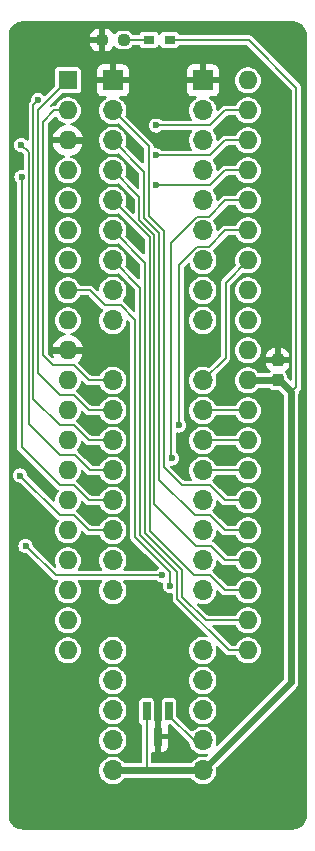
<source format=gbr>
G04 #@! TF.GenerationSoftware,KiCad,Pcbnew,8.0.8+dfsg-1*
G04 #@! TF.CreationDate,2025-06-05T15:25:50+09:00*
G04 #@! TF.ProjectId,bionic-tms32010,62696f6e-6963-42d7-946d-733332303130,2*
G04 #@! TF.SameCoordinates,Original*
G04 #@! TF.FileFunction,Copper,L1,Top*
G04 #@! TF.FilePolarity,Positive*
%FSLAX46Y46*%
G04 Gerber Fmt 4.6, Leading zero omitted, Abs format (unit mm)*
G04 Created by KiCad (PCBNEW 8.0.8+dfsg-1) date 2025-06-05 15:25:50*
%MOMM*%
%LPD*%
G01*
G04 APERTURE LIST*
G04 Aperture macros list*
%AMRoundRect*
0 Rectangle with rounded corners*
0 $1 Rounding radius*
0 $2 $3 $4 $5 $6 $7 $8 $9 X,Y pos of 4 corners*
0 Add a 4 corners polygon primitive as box body*
4,1,4,$2,$3,$4,$5,$6,$7,$8,$9,$2,$3,0*
0 Add four circle primitives for the rounded corners*
1,1,$1+$1,$2,$3*
1,1,$1+$1,$4,$5*
1,1,$1+$1,$6,$7*
1,1,$1+$1,$8,$9*
0 Add four rect primitives between the rounded corners*
20,1,$1+$1,$2,$3,$4,$5,0*
20,1,$1+$1,$4,$5,$6,$7,0*
20,1,$1+$1,$6,$7,$8,$9,0*
20,1,$1+$1,$8,$9,$2,$3,0*%
G04 Aperture macros list end*
G04 #@! TA.AperFunction,SMDPad,CuDef*
%ADD10RoundRect,0.237500X0.250000X0.237500X-0.250000X0.237500X-0.250000X-0.237500X0.250000X-0.237500X0*%
G04 #@! TD*
G04 #@! TA.AperFunction,SMDPad,CuDef*
%ADD11R,0.660400X1.625600*%
G04 #@! TD*
G04 #@! TA.AperFunction,ComponentPad*
%ADD12R,1.600000X1.600000*%
G04 #@! TD*
G04 #@! TA.AperFunction,ComponentPad*
%ADD13O,1.600000X1.600000*%
G04 #@! TD*
G04 #@! TA.AperFunction,SMDPad,CuDef*
%ADD14R,0.965200X0.762000*%
G04 #@! TD*
G04 #@! TA.AperFunction,ComponentPad*
%ADD15O,1.700000X1.700000*%
G04 #@! TD*
G04 #@! TA.AperFunction,ComponentPad*
%ADD16R,1.700000X1.700000*%
G04 #@! TD*
G04 #@! TA.AperFunction,SMDPad,CuDef*
%ADD17RoundRect,0.237500X0.237500X-0.300000X0.237500X0.300000X-0.237500X0.300000X-0.237500X-0.300000X0*%
G04 #@! TD*
G04 #@! TA.AperFunction,ViaPad*
%ADD18C,0.600000*%
G04 #@! TD*
G04 #@! TA.AperFunction,Conductor*
%ADD19C,0.200000*%
G04 #@! TD*
G04 #@! TA.AperFunction,Conductor*
%ADD20C,0.600000*%
G04 #@! TD*
G04 APERTURE END LIST*
D10*
X110802500Y-71651000D03*
X108977500Y-71651000D03*
D11*
X114650001Y-128497000D03*
X112749999Y-128497000D03*
X113700000Y-130629000D03*
D12*
X106080000Y-75080000D03*
D13*
X106080000Y-77620000D03*
X106080000Y-80160000D03*
X106080000Y-82700000D03*
X106080000Y-85240000D03*
X106080000Y-87780000D03*
X106080000Y-90320000D03*
X106080000Y-92860000D03*
X106080000Y-95400000D03*
X106080000Y-97940000D03*
X106080000Y-100480000D03*
X106080000Y-103020000D03*
X106080000Y-105560000D03*
X106080000Y-108100000D03*
X106080000Y-110640000D03*
X106080000Y-113180000D03*
X106080000Y-115720000D03*
X106080000Y-118260000D03*
X106080000Y-120800000D03*
X106080000Y-123340000D03*
X121320000Y-123340000D03*
X121320000Y-120800000D03*
X121320000Y-118260000D03*
X121320000Y-115720000D03*
X121320000Y-113180000D03*
X121320000Y-110640000D03*
X121320000Y-108100000D03*
X121320000Y-105560000D03*
X121320000Y-103020000D03*
X121320000Y-100480000D03*
X121320000Y-97940000D03*
X121320000Y-95400000D03*
X121320000Y-92860000D03*
X121320000Y-90320000D03*
X121320000Y-87780000D03*
X121320000Y-85240000D03*
X121320000Y-82700000D03*
X121320000Y-80160000D03*
X121320000Y-77620000D03*
X121320000Y-75080000D03*
D14*
X112950700Y-71651000D03*
X114703300Y-71651000D03*
D15*
X117510000Y-133500000D03*
X117510000Y-130960000D03*
X117510000Y-128420000D03*
X117510000Y-125880000D03*
X117510000Y-123340000D03*
X117510000Y-118260000D03*
X117510000Y-115720000D03*
X117510000Y-113180000D03*
X117510000Y-110640000D03*
X117510000Y-108100000D03*
X117510000Y-105560000D03*
X117510000Y-103020000D03*
X117510000Y-100480000D03*
X117510000Y-95400000D03*
X117510000Y-92860000D03*
X117510000Y-90320000D03*
X117510000Y-87780000D03*
X117510000Y-85240000D03*
X117510000Y-82700000D03*
X117510000Y-80160000D03*
X117510000Y-77620000D03*
D16*
X117510000Y-75080000D03*
D17*
X123860000Y-100480000D03*
X123860000Y-98755000D03*
D16*
X109890000Y-75080000D03*
D15*
X109890000Y-77620000D03*
X109890000Y-80160000D03*
X109890000Y-82700000D03*
X109890000Y-85240000D03*
X109890000Y-87780000D03*
X109890000Y-90320000D03*
X109890000Y-92860000D03*
X109890000Y-95400000D03*
X109890000Y-100480000D03*
X109890000Y-103020000D03*
X109890000Y-105560000D03*
X109890000Y-108100000D03*
X109890000Y-110640000D03*
X109890000Y-113180000D03*
X109890000Y-115720000D03*
X109890000Y-118260000D03*
X109890000Y-123340000D03*
X109890000Y-125880000D03*
X109890000Y-128420000D03*
X109890000Y-130960000D03*
X109890000Y-133500000D03*
D18*
X102502000Y-114499200D03*
X114081000Y-116990000D03*
X107858000Y-119403000D03*
X122590000Y-132357000D03*
X107858000Y-88923000D03*
X123479000Y-119403000D03*
X123860000Y-97432000D03*
X113700000Y-120800000D03*
X113700000Y-132357000D03*
X104810000Y-129690000D03*
X123606000Y-104290000D03*
X113580000Y-78890000D03*
X102143000Y-80541000D03*
X115478000Y-104290000D03*
X102168400Y-83258800D03*
X113573000Y-81430000D03*
X114878000Y-107084000D03*
X103560235Y-76751235D03*
X113573000Y-83970000D03*
X102057200Y-108531800D03*
X114757400Y-117879000D03*
D19*
X102502000Y-114499200D02*
X102551000Y-114499200D01*
X102551000Y-114499200D02*
X105041800Y-116990000D01*
X105041800Y-116990000D02*
X114081000Y-116990000D01*
X102057200Y-108531800D02*
X102066800Y-108531800D01*
X107858000Y-113180000D02*
X109890000Y-113180000D01*
X102066800Y-108531800D02*
X105445000Y-111910000D01*
X106588000Y-111910000D02*
X107858000Y-113180000D01*
X105445000Y-111910000D02*
X106588000Y-111910000D01*
X111776000Y-95355600D02*
X110550400Y-94130000D01*
X114757400Y-116696458D02*
X111776000Y-113715058D01*
X109255000Y-94130000D02*
X107985000Y-92860000D01*
X114757400Y-117879000D02*
X114757400Y-116696458D01*
X111776000Y-113715058D02*
X111776000Y-95355600D01*
X110550400Y-94130000D02*
X109255000Y-94130000D01*
X107985000Y-92860000D02*
X106080000Y-92860000D01*
X121320000Y-123340000D02*
X119738314Y-123340000D01*
X112208000Y-92638000D02*
X109890000Y-90320000D01*
X119738314Y-123340000D02*
X115357400Y-118959086D01*
X112208000Y-113581372D02*
X112208000Y-92638000D01*
X115357400Y-118959086D02*
X115357400Y-116730772D01*
X115357400Y-116730772D02*
X112208000Y-113581372D01*
X109890000Y-87780000D02*
X112608000Y-90498000D01*
X112608000Y-90498000D02*
X112608000Y-113415686D01*
X112608000Y-113415686D02*
X115757400Y-116565086D01*
X117764000Y-120800000D02*
X121320000Y-120800000D01*
X115757400Y-116565086D02*
X115757400Y-118793400D01*
X115757400Y-118793400D02*
X117764000Y-120800000D01*
D20*
X106080000Y-80160000D02*
X107477000Y-80160000D01*
X106080000Y-97940000D02*
X107477000Y-97940000D01*
X106080000Y-97940000D02*
X104810000Y-97940000D01*
D19*
X121396200Y-71651000D02*
X114703300Y-71651000D01*
X125434800Y-75689600D02*
X121396200Y-71651000D01*
X112749999Y-133484801D02*
X112734800Y-133500000D01*
D20*
X109890000Y-133500000D02*
X112734800Y-133500000D01*
D19*
X125015700Y-101483300D02*
X125434800Y-101064200D01*
X125434800Y-101064200D02*
X125434800Y-75689600D01*
D20*
X125015700Y-101483300D02*
X125003000Y-101496000D01*
X125003000Y-126007000D02*
X117510000Y-133500000D01*
X123860000Y-100480000D02*
X121320000Y-100480000D01*
X125015700Y-101483300D02*
X124012400Y-100480000D01*
X124012400Y-100480000D02*
X123860000Y-100480000D01*
D19*
X112749999Y-128497000D02*
X112749999Y-133484801D01*
D20*
X112734800Y-133500000D02*
X117510000Y-133500000D01*
X125003000Y-101496000D02*
X125003000Y-126007000D01*
D19*
X112950700Y-71651000D02*
X110802500Y-71651000D01*
X102143000Y-80541000D02*
X102768400Y-81166400D01*
X106715000Y-106830000D02*
X107985000Y-108100000D01*
X107985000Y-108100000D02*
X109890000Y-108100000D01*
X119415000Y-77620000D02*
X121320000Y-77620000D01*
X102768400Y-81166400D02*
X102768400Y-104169218D01*
X118145000Y-78890000D02*
X119415000Y-77620000D01*
X113580000Y-78890000D02*
X118145000Y-78890000D01*
X102768400Y-104169218D02*
X105429182Y-106830000D01*
X105429182Y-106830000D02*
X106715000Y-106830000D01*
X115478000Y-104290000D02*
X115478000Y-90725654D01*
X118025000Y-89170000D02*
X119415000Y-87780000D01*
X115478000Y-90725654D02*
X117033654Y-89170000D01*
X119415000Y-87780000D02*
X121320000Y-87780000D01*
X117033654Y-89170000D02*
X118025000Y-89170000D01*
X119415000Y-80160000D02*
X121320000Y-80160000D01*
X107858000Y-110640000D02*
X109890000Y-110640000D01*
X113573000Y-81430000D02*
X118145000Y-81430000D01*
X105445000Y-109370000D02*
X106588000Y-109370000D01*
X102168400Y-83258800D02*
X102168400Y-106093400D01*
X102168400Y-106093400D02*
X105445000Y-109370000D01*
X106588000Y-109370000D02*
X107858000Y-110640000D01*
X118145000Y-81430000D02*
X119415000Y-80160000D01*
X112938000Y-86590942D02*
X114208000Y-87860942D01*
X109890000Y-77620000D02*
X112938000Y-80668000D01*
X114208000Y-87860942D02*
X114208000Y-107846000D01*
X118145000Y-109370000D02*
X119415000Y-110640000D01*
X115732000Y-109370000D02*
X118145000Y-109370000D01*
X112938000Y-80668000D02*
X112938000Y-86590942D01*
X114208000Y-107846000D02*
X115732000Y-109370000D01*
X119415000Y-110640000D02*
X121320000Y-110640000D01*
X114843000Y-88820654D02*
X117033654Y-86630000D01*
X114878000Y-107084000D02*
X114843000Y-107049000D01*
X117033654Y-86630000D02*
X118025000Y-86630000D01*
X119415000Y-85240000D02*
X121320000Y-85240000D01*
X118025000Y-86630000D02*
X119415000Y-85240000D01*
X114843000Y-107049000D02*
X114843000Y-88820654D01*
X105445000Y-104290000D02*
X106588000Y-104290000D01*
X103168400Y-102013400D02*
X105445000Y-104290000D01*
X106588000Y-104290000D02*
X107858000Y-105560000D01*
X103168400Y-77143070D02*
X103168400Y-102013400D01*
X107858000Y-105560000D02*
X109890000Y-105560000D01*
X103560235Y-76751235D02*
X103168400Y-77143070D01*
X113808000Y-108868400D02*
X113808000Y-88026628D01*
X116849600Y-111910000D02*
X113808000Y-108868400D01*
X121320000Y-113180000D02*
X119415000Y-113180000D01*
X118145000Y-111910000D02*
X116849600Y-111910000D01*
X112538000Y-82808000D02*
X109890000Y-80160000D01*
X119415000Y-113180000D02*
X118145000Y-111910000D01*
X113808000Y-88026628D02*
X112538000Y-86756628D01*
X112538000Y-86756628D02*
X112538000Y-82808000D01*
X113573000Y-83970000D02*
X118145000Y-83970000D01*
X118145000Y-83970000D02*
X119415000Y-82700000D01*
X119415000Y-82700000D02*
X121320000Y-82700000D01*
X103968400Y-78588600D02*
X104937000Y-77620000D01*
X103968400Y-98368400D02*
X103968400Y-78588600D01*
X106588000Y-99210000D02*
X104810000Y-99210000D01*
X107858000Y-100480000D02*
X106588000Y-99210000D01*
X109890000Y-100480000D02*
X107858000Y-100480000D01*
X104810000Y-99210000D02*
X103968400Y-98368400D01*
X104937000Y-77620000D02*
X106080000Y-77620000D01*
X116748000Y-116990000D02*
X113008000Y-113250000D01*
X113008000Y-113250000D02*
X113008000Y-88358000D01*
X118145000Y-116990000D02*
X116748000Y-116990000D01*
X119415000Y-118260000D02*
X118145000Y-116990000D01*
X121320000Y-118260000D02*
X119415000Y-118260000D01*
X113008000Y-88358000D02*
X109890000Y-85240000D01*
X107858000Y-103020000D02*
X106588000Y-101750000D01*
X103568400Y-99889218D02*
X103568400Y-77591600D01*
X103568400Y-77591600D02*
X106080000Y-75080000D01*
X105429182Y-101750000D02*
X103568400Y-99889218D01*
X109890000Y-103020000D02*
X107858000Y-103020000D01*
X106588000Y-101750000D02*
X105429182Y-101750000D01*
X112138000Y-86922314D02*
X113408000Y-88192314D01*
X113408000Y-88192314D02*
X113408000Y-110983000D01*
X113408000Y-110983000D02*
X116925800Y-114500800D01*
X109890000Y-82700000D02*
X112138000Y-84948000D01*
X119415000Y-115720000D02*
X121320000Y-115720000D01*
X112138000Y-84948000D02*
X112138000Y-86922314D01*
X118195800Y-114500800D02*
X119415000Y-115720000D01*
X116925800Y-114500800D02*
X118195800Y-114500800D01*
X114650001Y-128497000D02*
X114650001Y-128862001D01*
X114650001Y-128862001D02*
X116748000Y-130960000D01*
X116748000Y-130960000D02*
X117510000Y-130960000D01*
X119440400Y-98549600D02*
X119440400Y-92199600D01*
X117510000Y-100480000D02*
X119440400Y-98549600D01*
X119440400Y-92199600D02*
X121320000Y-90320000D01*
X117510000Y-103020000D02*
X121320000Y-103020000D01*
X117510000Y-108100000D02*
X121320000Y-108100000D01*
X121320000Y-105560000D02*
X117510000Y-105560000D01*
G04 #@! TA.AperFunction,Conductor*
G36*
X125133875Y-70075805D02*
G01*
X125309097Y-70089594D01*
X125324430Y-70092023D01*
X125491550Y-70132145D01*
X125506317Y-70136943D01*
X125665104Y-70202715D01*
X125678926Y-70209758D01*
X125825469Y-70299560D01*
X125838032Y-70308688D01*
X125968717Y-70420303D01*
X125979699Y-70431285D01*
X126091311Y-70561967D01*
X126100440Y-70574532D01*
X126190238Y-70721068D01*
X126197287Y-70734902D01*
X126263054Y-70893678D01*
X126267855Y-70908453D01*
X126307975Y-71075564D01*
X126310405Y-71090907D01*
X126324195Y-71266123D01*
X126324500Y-71273891D01*
X126324500Y-137306108D01*
X126324195Y-137313876D01*
X126310405Y-137489092D01*
X126307975Y-137504435D01*
X126267855Y-137671546D01*
X126263054Y-137686321D01*
X126197287Y-137845097D01*
X126190234Y-137858939D01*
X126100442Y-138005465D01*
X126091311Y-138018032D01*
X125979699Y-138148714D01*
X125968714Y-138159699D01*
X125838032Y-138271311D01*
X125825465Y-138280442D01*
X125678939Y-138370234D01*
X125665097Y-138377287D01*
X125506321Y-138443054D01*
X125491546Y-138447855D01*
X125324435Y-138487975D01*
X125309092Y-138490405D01*
X125149743Y-138502946D01*
X125133874Y-138504195D01*
X125126108Y-138504500D01*
X102273892Y-138504500D01*
X102266125Y-138504195D01*
X102247014Y-138502691D01*
X102090907Y-138490405D01*
X102075564Y-138487975D01*
X101908453Y-138447855D01*
X101893678Y-138443054D01*
X101734902Y-138377287D01*
X101721068Y-138370238D01*
X101574532Y-138280440D01*
X101561967Y-138271311D01*
X101462706Y-138186535D01*
X101431282Y-138159696D01*
X101420303Y-138148717D01*
X101308688Y-138018032D01*
X101299560Y-138005469D01*
X101209758Y-137858926D01*
X101202715Y-137845104D01*
X101136943Y-137686317D01*
X101132144Y-137671546D01*
X101092024Y-137504435D01*
X101089594Y-137489097D01*
X101075805Y-137313875D01*
X101075500Y-137306108D01*
X101075500Y-133500000D01*
X108734571Y-133500000D01*
X108754244Y-133712311D01*
X108812596Y-133917391D01*
X108903772Y-134100500D01*
X108907634Y-134108255D01*
X109036128Y-134278407D01*
X109036135Y-134278413D01*
X109193692Y-134422047D01*
X109193699Y-134422053D01*
X109297389Y-134486255D01*
X109374981Y-134534298D01*
X109573802Y-134611321D01*
X109783390Y-134650500D01*
X109996610Y-134650500D01*
X110206198Y-134611321D01*
X110405019Y-134534298D01*
X110586302Y-134422052D01*
X110743872Y-134278407D01*
X110848515Y-134139838D01*
X110898671Y-134104796D01*
X110927518Y-134100500D01*
X112655743Y-134100500D01*
X116472482Y-134100500D01*
X116530673Y-134119407D01*
X116551483Y-134139836D01*
X116656128Y-134278407D01*
X116656135Y-134278413D01*
X116813692Y-134422047D01*
X116813699Y-134422053D01*
X116917389Y-134486255D01*
X116994981Y-134534298D01*
X117193802Y-134611321D01*
X117403390Y-134650500D01*
X117616610Y-134650500D01*
X117826198Y-134611321D01*
X118025019Y-134534298D01*
X118206302Y-134422052D01*
X118363872Y-134278407D01*
X118492366Y-134108255D01*
X118587405Y-133917389D01*
X118645756Y-133712310D01*
X118665429Y-133500000D01*
X118645756Y-133287690D01*
X118645240Y-133285875D01*
X118645269Y-133285085D01*
X118644914Y-133283185D01*
X118645342Y-133283104D01*
X118647500Y-133224732D01*
X118670454Y-133188779D01*
X125371713Y-126487521D01*
X125371716Y-126487520D01*
X125483520Y-126375716D01*
X125550802Y-126259179D01*
X125562577Y-126238785D01*
X125603500Y-126086058D01*
X125603500Y-125927943D01*
X125603500Y-101622788D01*
X125606874Y-101597163D01*
X125608440Y-101591321D01*
X125616201Y-101562357D01*
X125616201Y-101490199D01*
X125635108Y-101432008D01*
X125645191Y-101420201D01*
X125755280Y-101310113D01*
X125771261Y-101282433D01*
X125808005Y-101218792D01*
X125808005Y-101218790D01*
X125808007Y-101218788D01*
X125835300Y-101116927D01*
X125835300Y-101011473D01*
X125835300Y-75636873D01*
X125808007Y-75535013D01*
X125808007Y-75535012D01*
X125808007Y-75535011D01*
X125755283Y-75443691D01*
X125755281Y-75443689D01*
X125755280Y-75443687D01*
X121642113Y-71330520D01*
X121642110Y-71330518D01*
X121642108Y-71330516D01*
X121550791Y-71277794D01*
X121550793Y-71277794D01*
X121507234Y-71266123D01*
X121448927Y-71250500D01*
X121448925Y-71250500D01*
X115570287Y-71250500D01*
X115512096Y-71231593D01*
X115479723Y-71191489D01*
X115438106Y-71097235D01*
X115358665Y-71017794D01*
X115255891Y-70972415D01*
X115255890Y-70972414D01*
X115255888Y-70972414D01*
X115230768Y-70969500D01*
X114175839Y-70969500D01*
X114175836Y-70969501D01*
X114150709Y-70972414D01*
X114047935Y-71017794D01*
X113968494Y-71097235D01*
X113926878Y-71191488D01*
X113923113Y-71200014D01*
X113922526Y-71202173D01*
X113921403Y-71203886D01*
X113920108Y-71206821D01*
X113919622Y-71206606D01*
X113889003Y-71253357D01*
X113831797Y-71275062D01*
X113772758Y-71258996D01*
X113734438Y-71211297D01*
X113731472Y-71202166D01*
X113730885Y-71200011D01*
X113730885Y-71200009D01*
X113685506Y-71097235D01*
X113606065Y-71017794D01*
X113503291Y-70972415D01*
X113503290Y-70972414D01*
X113503288Y-70972414D01*
X113478168Y-70969500D01*
X112423239Y-70969500D01*
X112423236Y-70969501D01*
X112398109Y-70972414D01*
X112295335Y-71017794D01*
X112215894Y-71097235D01*
X112174276Y-71191489D01*
X112133477Y-71237084D01*
X112083713Y-71250500D01*
X111633921Y-71250500D01*
X111575730Y-71231593D01*
X111541824Y-71187819D01*
X111525862Y-71147342D01*
X111436500Y-71029500D01*
X111318658Y-70940138D01*
X111181079Y-70885883D01*
X111094620Y-70875500D01*
X111094618Y-70875500D01*
X110510382Y-70875500D01*
X110510379Y-70875500D01*
X110423920Y-70885883D01*
X110286341Y-70940138D01*
X110168503Y-71029497D01*
X110168496Y-71029504D01*
X110079455Y-71146922D01*
X110029229Y-71181864D01*
X109968056Y-71180610D01*
X109919304Y-71143639D01*
X109906596Y-71118239D01*
X109900450Y-71099692D01*
X109809946Y-70952964D01*
X109688035Y-70831053D01*
X109541306Y-70740548D01*
X109377648Y-70686318D01*
X109276655Y-70676000D01*
X109227501Y-70676000D01*
X109227500Y-70676001D01*
X109227500Y-72625998D01*
X109227501Y-72625999D01*
X109276654Y-72625999D01*
X109377642Y-72615682D01*
X109377654Y-72615679D01*
X109541306Y-72561451D01*
X109688035Y-72470946D01*
X109809946Y-72349035D01*
X109900451Y-72202306D01*
X109906596Y-72183761D01*
X109942845Y-72134469D01*
X110001144Y-72115899D01*
X110059225Y-72135142D01*
X110079456Y-72155078D01*
X110168500Y-72272500D01*
X110286342Y-72361862D01*
X110423923Y-72416117D01*
X110510382Y-72426500D01*
X110510384Y-72426500D01*
X111094616Y-72426500D01*
X111094618Y-72426500D01*
X111181077Y-72416117D01*
X111318658Y-72361862D01*
X111436500Y-72272500D01*
X111525862Y-72154658D01*
X111541824Y-72114180D01*
X111580760Y-72066984D01*
X111633921Y-72051500D01*
X112083713Y-72051500D01*
X112141904Y-72070407D01*
X112174276Y-72110510D01*
X112215894Y-72204765D01*
X112295335Y-72284206D01*
X112398109Y-72329585D01*
X112423235Y-72332500D01*
X113478164Y-72332499D01*
X113503291Y-72329585D01*
X113606065Y-72284206D01*
X113685506Y-72204765D01*
X113730885Y-72101991D01*
X113730886Y-72101978D01*
X113731469Y-72099838D01*
X113732592Y-72098122D01*
X113733892Y-72095179D01*
X113734378Y-72095393D01*
X113764986Y-72048650D01*
X113822190Y-72026938D01*
X113881230Y-72042996D01*
X113919556Y-72090691D01*
X113922525Y-72099826D01*
X113923112Y-72101984D01*
X113923114Y-72101990D01*
X113923115Y-72101991D01*
X113968494Y-72204765D01*
X114047935Y-72284206D01*
X114150709Y-72329585D01*
X114175835Y-72332500D01*
X115230764Y-72332499D01*
X115255891Y-72329585D01*
X115358665Y-72284206D01*
X115438106Y-72204765D01*
X115479723Y-72110510D01*
X115520523Y-72064916D01*
X115570287Y-72051500D01*
X121189299Y-72051500D01*
X121247490Y-72070407D01*
X121259303Y-72080496D01*
X125005304Y-75826497D01*
X125033081Y-75881014D01*
X125034300Y-75896501D01*
X125034300Y-100413657D01*
X125015393Y-100471848D01*
X124965893Y-100507812D01*
X124904707Y-100507812D01*
X124865296Y-100483661D01*
X124664496Y-100282861D01*
X124636719Y-100228344D01*
X124635500Y-100212857D01*
X124635500Y-100137883D01*
X124635500Y-100137882D01*
X124625117Y-100051423D01*
X124570862Y-99913842D01*
X124489834Y-99806990D01*
X124469740Y-99749201D01*
X124487451Y-99690635D01*
X124516748Y-99662912D01*
X124558035Y-99637446D01*
X124679946Y-99515535D01*
X124770451Y-99368806D01*
X124824681Y-99205148D01*
X124835000Y-99104155D01*
X124835000Y-99005001D01*
X124834999Y-99005000D01*
X122885002Y-99005000D01*
X122885001Y-99005001D01*
X122885001Y-99104154D01*
X122895317Y-99205142D01*
X122895320Y-99205154D01*
X122949548Y-99368806D01*
X123040053Y-99515535D01*
X123161962Y-99637444D01*
X123203252Y-99662912D01*
X123242854Y-99709553D01*
X123247477Y-99770563D01*
X123230164Y-99806991D01*
X123204892Y-99840318D01*
X123154666Y-99875261D01*
X123126008Y-99879500D01*
X122294863Y-99879500D01*
X122236672Y-99860593D01*
X122215861Y-99840163D01*
X122136764Y-99735421D01*
X121986041Y-99598019D01*
X121812637Y-99490652D01*
X121622456Y-99416976D01*
X121622455Y-99416975D01*
X121622453Y-99416975D01*
X121421976Y-99379500D01*
X121218024Y-99379500D01*
X121017546Y-99416975D01*
X120977353Y-99432546D01*
X120827363Y-99490652D01*
X120677881Y-99583207D01*
X120653959Y-99598019D01*
X120503237Y-99735420D01*
X120380328Y-99898177D01*
X120380323Y-99898186D01*
X120298450Y-100062611D01*
X120289418Y-100080750D01*
X120233603Y-100276917D01*
X120214785Y-100480000D01*
X120233603Y-100683083D01*
X120289418Y-100879250D01*
X120380327Y-101061821D01*
X120503236Y-101224579D01*
X120653959Y-101361981D01*
X120827363Y-101469348D01*
X121017544Y-101543024D01*
X121218024Y-101580500D01*
X121421976Y-101580500D01*
X121622456Y-101543024D01*
X121812637Y-101469348D01*
X121986041Y-101361981D01*
X122136764Y-101224579D01*
X122215860Y-101119837D01*
X122266016Y-101084796D01*
X122294863Y-101080500D01*
X123126008Y-101080500D01*
X123184199Y-101099407D01*
X123204891Y-101119680D01*
X123238500Y-101164000D01*
X123356342Y-101253362D01*
X123493923Y-101307617D01*
X123580382Y-101318000D01*
X123960157Y-101318000D01*
X124018348Y-101336907D01*
X124030161Y-101346996D01*
X124373504Y-101690339D01*
X124401281Y-101744856D01*
X124402500Y-101760343D01*
X124402500Y-125717256D01*
X124383593Y-125775447D01*
X124373504Y-125787260D01*
X118779016Y-131381747D01*
X118724499Y-131409524D01*
X118664067Y-131399953D01*
X118620802Y-131356688D01*
X118611231Y-131296256D01*
X118613787Y-131284665D01*
X118645756Y-131172310D01*
X118665429Y-130960000D01*
X118645756Y-130747690D01*
X118587405Y-130542611D01*
X118492366Y-130351745D01*
X118363872Y-130181593D01*
X118309623Y-130132139D01*
X118206307Y-130037952D01*
X118206300Y-130037946D01*
X118025024Y-129925705D01*
X118025019Y-129925702D01*
X117826195Y-129848678D01*
X117616610Y-129809500D01*
X117403390Y-129809500D01*
X117193804Y-129848678D01*
X116994980Y-129925702D01*
X116994975Y-129925705D01*
X116813699Y-130037946D01*
X116813698Y-130037947D01*
X116663137Y-130175203D01*
X116607396Y-130200433D01*
X116547470Y-130188081D01*
X116526437Y-130172045D01*
X115935583Y-129581191D01*
X115309696Y-128955303D01*
X115281919Y-128900786D01*
X115280700Y-128885299D01*
X115280700Y-128420000D01*
X116354571Y-128420000D01*
X116374244Y-128632310D01*
X116432595Y-128837389D01*
X116527634Y-129028255D01*
X116656128Y-129198407D01*
X116726734Y-129262773D01*
X116813692Y-129342047D01*
X116813699Y-129342053D01*
X116874647Y-129379790D01*
X116994981Y-129454298D01*
X117193802Y-129531321D01*
X117403390Y-129570500D01*
X117616610Y-129570500D01*
X117826198Y-129531321D01*
X118025019Y-129454298D01*
X118206302Y-129342052D01*
X118363872Y-129198407D01*
X118492366Y-129028255D01*
X118587405Y-128837389D01*
X118645756Y-128632310D01*
X118665429Y-128420000D01*
X118645756Y-128207690D01*
X118587405Y-128002611D01*
X118492366Y-127811745D01*
X118363872Y-127641593D01*
X118309623Y-127592139D01*
X118206307Y-127497952D01*
X118206300Y-127497946D01*
X118025024Y-127385705D01*
X118025019Y-127385702D01*
X117826195Y-127308678D01*
X117616610Y-127269500D01*
X117403390Y-127269500D01*
X117193804Y-127308678D01*
X116994980Y-127385702D01*
X116994975Y-127385705D01*
X116813699Y-127497946D01*
X116813692Y-127497952D01*
X116656135Y-127641586D01*
X116656131Y-127641589D01*
X116656128Y-127641593D01*
X116656125Y-127641597D01*
X116527635Y-127811743D01*
X116527630Y-127811752D01*
X116432596Y-128002608D01*
X116374244Y-128207688D01*
X116374244Y-128207690D01*
X116354571Y-128420000D01*
X115280700Y-128420000D01*
X115280700Y-127639339D01*
X115280700Y-127639336D01*
X115277786Y-127614209D01*
X115232407Y-127511435D01*
X115152966Y-127431994D01*
X115050192Y-127386615D01*
X115050191Y-127386614D01*
X115050189Y-127386614D01*
X115025069Y-127383700D01*
X114274940Y-127383700D01*
X114274937Y-127383701D01*
X114249810Y-127386614D01*
X114147036Y-127431994D01*
X114067595Y-127511435D01*
X114022215Y-127614211D01*
X114019301Y-127639330D01*
X114019301Y-127639332D01*
X114019302Y-129217200D01*
X114000395Y-129275391D01*
X113965343Y-129300857D01*
X113950000Y-129316201D01*
X113950000Y-130378999D01*
X113950001Y-130379000D01*
X114530199Y-130379000D01*
X114530200Y-130378999D01*
X114530200Y-129768375D01*
X114530199Y-129768373D01*
X114524987Y-129719880D01*
X114537567Y-129660002D01*
X114582939Y-129618954D01*
X114623418Y-129610299D01*
X114790898Y-129610299D01*
X114849089Y-129629206D01*
X114860902Y-129639295D01*
X116348240Y-131126632D01*
X116373457Y-131169543D01*
X116374243Y-131172308D01*
X116374244Y-131172310D01*
X116432595Y-131377389D01*
X116527634Y-131568255D01*
X116656128Y-131738407D01*
X116656135Y-131738413D01*
X116813692Y-131882047D01*
X116813699Y-131882053D01*
X116906357Y-131939424D01*
X116994981Y-131994298D01*
X117193802Y-132071321D01*
X117403390Y-132110500D01*
X117616610Y-132110500D01*
X117826198Y-132071321D01*
X117826213Y-132071315D01*
X117827485Y-132070954D01*
X117828049Y-132070974D01*
X117830697Y-132070480D01*
X117830808Y-132071076D01*
X117888629Y-132073213D01*
X117936767Y-132110980D01*
X117953514Y-132169829D01*
X117932471Y-132227282D01*
X117924585Y-132236178D01*
X117817506Y-132343257D01*
X117762989Y-132371034D01*
X117729311Y-132370567D01*
X117616610Y-132349500D01*
X117403390Y-132349500D01*
X117193804Y-132388678D01*
X116994980Y-132465702D01*
X116994975Y-132465705D01*
X116813699Y-132577946D01*
X116813692Y-132577952D01*
X116656135Y-132721586D01*
X116656131Y-132721589D01*
X116656128Y-132721593D01*
X116551484Y-132860161D01*
X116501329Y-132895204D01*
X116472482Y-132899500D01*
X113249499Y-132899500D01*
X113191308Y-132880593D01*
X113155344Y-132831093D01*
X113150499Y-132800500D01*
X113150499Y-132033579D01*
X113169406Y-131975388D01*
X113218906Y-131939424D01*
X113260081Y-131935146D01*
X113321976Y-131941800D01*
X113449999Y-131941800D01*
X113450000Y-131941799D01*
X113450000Y-130879001D01*
X113950000Y-130879001D01*
X113950000Y-131941799D01*
X113950001Y-131941800D01*
X114078024Y-131941800D01*
X114137570Y-131935398D01*
X114137581Y-131935396D01*
X114272288Y-131885153D01*
X114272290Y-131885152D01*
X114387384Y-131798992D01*
X114387392Y-131798984D01*
X114473552Y-131683890D01*
X114473553Y-131683888D01*
X114523796Y-131549181D01*
X114523798Y-131549170D01*
X114530200Y-131489624D01*
X114530200Y-130879001D01*
X114530199Y-130879000D01*
X113950001Y-130879000D01*
X113950000Y-130879001D01*
X113450000Y-130879001D01*
X113450000Y-129316201D01*
X113435704Y-129301905D01*
X113421508Y-129297293D01*
X113385544Y-129247793D01*
X113380699Y-129217200D01*
X113380698Y-127639339D01*
X113380698Y-127639336D01*
X113377784Y-127614209D01*
X113332405Y-127511435D01*
X113252964Y-127431994D01*
X113150190Y-127386615D01*
X113150189Y-127386614D01*
X113150187Y-127386614D01*
X113125067Y-127383700D01*
X112374938Y-127383700D01*
X112374935Y-127383701D01*
X112349808Y-127386614D01*
X112247034Y-127431994D01*
X112167593Y-127511435D01*
X112122213Y-127614211D01*
X112119299Y-127639330D01*
X112119299Y-129354660D01*
X112119300Y-129354663D01*
X112122213Y-129379790D01*
X112147555Y-129437185D01*
X112167593Y-129482565D01*
X112247034Y-129562006D01*
X112290487Y-129581192D01*
X112336082Y-129621991D01*
X112349499Y-129671756D01*
X112349499Y-132800500D01*
X112330592Y-132858691D01*
X112281092Y-132894655D01*
X112250499Y-132899500D01*
X110927518Y-132899500D01*
X110869327Y-132880593D01*
X110848516Y-132860163D01*
X110743872Y-132721593D01*
X110689623Y-132672139D01*
X110586307Y-132577952D01*
X110586300Y-132577946D01*
X110405024Y-132465705D01*
X110405019Y-132465702D01*
X110206195Y-132388678D01*
X109996610Y-132349500D01*
X109783390Y-132349500D01*
X109573804Y-132388678D01*
X109374980Y-132465702D01*
X109374975Y-132465705D01*
X109193699Y-132577946D01*
X109193692Y-132577952D01*
X109036135Y-132721586D01*
X109036131Y-132721589D01*
X109036128Y-132721593D01*
X109036125Y-132721597D01*
X108907635Y-132891743D01*
X108907630Y-132891752D01*
X108812596Y-133082608D01*
X108754244Y-133287688D01*
X108734571Y-133500000D01*
X101075500Y-133500000D01*
X101075500Y-130960000D01*
X108734571Y-130960000D01*
X108754244Y-131172310D01*
X108812595Y-131377389D01*
X108907634Y-131568255D01*
X109036128Y-131738407D01*
X109036135Y-131738413D01*
X109193692Y-131882047D01*
X109193699Y-131882053D01*
X109286357Y-131939424D01*
X109374981Y-131994298D01*
X109573802Y-132071321D01*
X109783390Y-132110500D01*
X109996610Y-132110500D01*
X110206198Y-132071321D01*
X110405019Y-131994298D01*
X110586302Y-131882052D01*
X110743872Y-131738407D01*
X110872366Y-131568255D01*
X110967405Y-131377389D01*
X111025756Y-131172310D01*
X111045429Y-130960000D01*
X111025756Y-130747690D01*
X110967405Y-130542611D01*
X110872366Y-130351745D01*
X110743872Y-130181593D01*
X110689623Y-130132139D01*
X110586307Y-130037952D01*
X110586300Y-130037946D01*
X110405024Y-129925705D01*
X110405019Y-129925702D01*
X110206195Y-129848678D01*
X109996610Y-129809500D01*
X109783390Y-129809500D01*
X109573804Y-129848678D01*
X109374980Y-129925702D01*
X109374975Y-129925705D01*
X109193699Y-130037946D01*
X109193692Y-130037952D01*
X109036135Y-130181586D01*
X109036131Y-130181589D01*
X109036128Y-130181593D01*
X109036125Y-130181597D01*
X108907635Y-130351743D01*
X108907630Y-130351752D01*
X108812596Y-130542608D01*
X108754244Y-130747688D01*
X108734571Y-130960000D01*
X101075500Y-130960000D01*
X101075500Y-128420000D01*
X108734571Y-128420000D01*
X108754244Y-128632310D01*
X108812595Y-128837389D01*
X108907634Y-129028255D01*
X109036128Y-129198407D01*
X109106734Y-129262773D01*
X109193692Y-129342047D01*
X109193699Y-129342053D01*
X109254647Y-129379790D01*
X109374981Y-129454298D01*
X109573802Y-129531321D01*
X109783390Y-129570500D01*
X109996610Y-129570500D01*
X110206198Y-129531321D01*
X110405019Y-129454298D01*
X110586302Y-129342052D01*
X110743872Y-129198407D01*
X110872366Y-129028255D01*
X110967405Y-128837389D01*
X111025756Y-128632310D01*
X111045429Y-128420000D01*
X111025756Y-128207690D01*
X110967405Y-128002611D01*
X110872366Y-127811745D01*
X110743872Y-127641593D01*
X110689623Y-127592139D01*
X110586307Y-127497952D01*
X110586300Y-127497946D01*
X110405024Y-127385705D01*
X110405019Y-127385702D01*
X110206195Y-127308678D01*
X109996610Y-127269500D01*
X109783390Y-127269500D01*
X109573804Y-127308678D01*
X109374980Y-127385702D01*
X109374975Y-127385705D01*
X109193699Y-127497946D01*
X109193692Y-127497952D01*
X109036135Y-127641586D01*
X109036131Y-127641589D01*
X109036128Y-127641593D01*
X109036125Y-127641597D01*
X108907635Y-127811743D01*
X108907630Y-127811752D01*
X108812596Y-128002608D01*
X108754244Y-128207688D01*
X108754244Y-128207690D01*
X108734571Y-128420000D01*
X101075500Y-128420000D01*
X101075500Y-125880000D01*
X108734571Y-125880000D01*
X108754244Y-126092310D01*
X108795920Y-126238785D01*
X108812596Y-126297391D01*
X108907268Y-126487521D01*
X108907634Y-126488255D01*
X109036128Y-126658407D01*
X109036135Y-126658413D01*
X109193692Y-126802047D01*
X109193699Y-126802053D01*
X109297389Y-126866255D01*
X109374981Y-126914298D01*
X109573802Y-126991321D01*
X109783390Y-127030500D01*
X109996610Y-127030500D01*
X110206198Y-126991321D01*
X110405019Y-126914298D01*
X110586302Y-126802052D01*
X110743872Y-126658407D01*
X110872366Y-126488255D01*
X110967405Y-126297389D01*
X111025756Y-126092310D01*
X111045429Y-125880000D01*
X116354571Y-125880000D01*
X116374244Y-126092310D01*
X116415920Y-126238785D01*
X116432596Y-126297391D01*
X116527268Y-126487521D01*
X116527634Y-126488255D01*
X116656128Y-126658407D01*
X116656135Y-126658413D01*
X116813692Y-126802047D01*
X116813699Y-126802053D01*
X116917389Y-126866255D01*
X116994981Y-126914298D01*
X117193802Y-126991321D01*
X117403390Y-127030500D01*
X117616610Y-127030500D01*
X117826198Y-126991321D01*
X118025019Y-126914298D01*
X118206302Y-126802052D01*
X118363872Y-126658407D01*
X118492366Y-126488255D01*
X118587405Y-126297389D01*
X118645756Y-126092310D01*
X118665429Y-125880000D01*
X118645756Y-125667690D01*
X118587405Y-125462611D01*
X118492366Y-125271745D01*
X118363872Y-125101593D01*
X118309623Y-125052139D01*
X118206307Y-124957952D01*
X118206300Y-124957946D01*
X118025024Y-124845705D01*
X118025019Y-124845702D01*
X117826195Y-124768678D01*
X117616610Y-124729500D01*
X117403390Y-124729500D01*
X117193804Y-124768678D01*
X116994980Y-124845702D01*
X116994975Y-124845705D01*
X116813699Y-124957946D01*
X116813692Y-124957952D01*
X116656135Y-125101586D01*
X116656131Y-125101589D01*
X116656128Y-125101593D01*
X116656125Y-125101597D01*
X116527635Y-125271743D01*
X116527630Y-125271752D01*
X116432596Y-125462608D01*
X116374244Y-125667688D01*
X116374244Y-125667690D01*
X116354571Y-125880000D01*
X111045429Y-125880000D01*
X111025756Y-125667690D01*
X110967405Y-125462611D01*
X110872366Y-125271745D01*
X110743872Y-125101593D01*
X110689623Y-125052139D01*
X110586307Y-124957952D01*
X110586300Y-124957946D01*
X110405024Y-124845705D01*
X110405019Y-124845702D01*
X110206195Y-124768678D01*
X109996610Y-124729500D01*
X109783390Y-124729500D01*
X109573804Y-124768678D01*
X109374980Y-124845702D01*
X109374975Y-124845705D01*
X109193699Y-124957946D01*
X109193692Y-124957952D01*
X109036135Y-125101586D01*
X109036131Y-125101589D01*
X109036128Y-125101593D01*
X109036125Y-125101597D01*
X108907635Y-125271743D01*
X108907630Y-125271752D01*
X108812596Y-125462608D01*
X108754244Y-125667688D01*
X108754244Y-125667690D01*
X108734571Y-125880000D01*
X101075500Y-125880000D01*
X101075500Y-123340000D01*
X104974785Y-123340000D01*
X104993603Y-123543083D01*
X105049418Y-123739250D01*
X105140327Y-123921821D01*
X105263236Y-124084579D01*
X105413959Y-124221981D01*
X105587363Y-124329348D01*
X105777544Y-124403024D01*
X105978024Y-124440500D01*
X106181976Y-124440500D01*
X106382456Y-124403024D01*
X106572637Y-124329348D01*
X106746041Y-124221981D01*
X106896764Y-124084579D01*
X107019673Y-123921821D01*
X107110582Y-123739250D01*
X107166397Y-123543083D01*
X107185215Y-123340000D01*
X108734571Y-123340000D01*
X108754244Y-123552310D01*
X108812595Y-123757389D01*
X108907634Y-123948255D01*
X109036128Y-124118407D01*
X109036135Y-124118413D01*
X109193692Y-124262047D01*
X109193699Y-124262053D01*
X109297389Y-124326255D01*
X109374981Y-124374298D01*
X109573802Y-124451321D01*
X109783390Y-124490500D01*
X109996610Y-124490500D01*
X110206198Y-124451321D01*
X110405019Y-124374298D01*
X110586302Y-124262052D01*
X110743872Y-124118407D01*
X110872366Y-123948255D01*
X110967405Y-123757389D01*
X111025756Y-123552310D01*
X111045429Y-123340000D01*
X111025756Y-123127690D01*
X110967405Y-122922611D01*
X110872366Y-122731745D01*
X110743872Y-122561593D01*
X110689623Y-122512139D01*
X110586307Y-122417952D01*
X110586300Y-122417946D01*
X110405024Y-122305705D01*
X110405019Y-122305702D01*
X110206195Y-122228678D01*
X109996610Y-122189500D01*
X109783390Y-122189500D01*
X109573804Y-122228678D01*
X109374980Y-122305702D01*
X109374975Y-122305705D01*
X109193699Y-122417946D01*
X109193692Y-122417952D01*
X109036135Y-122561586D01*
X109036131Y-122561589D01*
X109036128Y-122561593D01*
X109036125Y-122561597D01*
X108907635Y-122731743D01*
X108907630Y-122731752D01*
X108812596Y-122922608D01*
X108754244Y-123127688D01*
X108754244Y-123127690D01*
X108734571Y-123340000D01*
X107185215Y-123340000D01*
X107166397Y-123136917D01*
X107110582Y-122940750D01*
X107019673Y-122758179D01*
X106896764Y-122595421D01*
X106746041Y-122458019D01*
X106572637Y-122350652D01*
X106382456Y-122276976D01*
X106382455Y-122276975D01*
X106382453Y-122276975D01*
X106181976Y-122239500D01*
X105978024Y-122239500D01*
X105777546Y-122276975D01*
X105707632Y-122304059D01*
X105587363Y-122350652D01*
X105478676Y-122417948D01*
X105413959Y-122458019D01*
X105263237Y-122595420D01*
X105140328Y-122758177D01*
X105140323Y-122758186D01*
X105054952Y-122929636D01*
X105049418Y-122940750D01*
X104993603Y-123136917D01*
X104974785Y-123340000D01*
X101075500Y-123340000D01*
X101075500Y-120800000D01*
X104974785Y-120800000D01*
X104993603Y-121003083D01*
X105049418Y-121199250D01*
X105140327Y-121381821D01*
X105263236Y-121544579D01*
X105413959Y-121681981D01*
X105587363Y-121789348D01*
X105777544Y-121863024D01*
X105978024Y-121900500D01*
X106181976Y-121900500D01*
X106382456Y-121863024D01*
X106572637Y-121789348D01*
X106746041Y-121681981D01*
X106896764Y-121544579D01*
X107019673Y-121381821D01*
X107110582Y-121199250D01*
X107166397Y-121003083D01*
X107185215Y-120800000D01*
X107166397Y-120596917D01*
X107110582Y-120400750D01*
X107019673Y-120218179D01*
X106896764Y-120055421D01*
X106746041Y-119918019D01*
X106572637Y-119810652D01*
X106382456Y-119736976D01*
X106382455Y-119736975D01*
X106382453Y-119736975D01*
X106181976Y-119699500D01*
X105978024Y-119699500D01*
X105777546Y-119736975D01*
X105707632Y-119764059D01*
X105587363Y-119810652D01*
X105413959Y-119918019D01*
X105263237Y-120055420D01*
X105140328Y-120218177D01*
X105140323Y-120218186D01*
X105050040Y-120399500D01*
X105049418Y-120400750D01*
X104993603Y-120596917D01*
X104974785Y-120800000D01*
X101075500Y-120800000D01*
X101075500Y-114499199D01*
X101896318Y-114499199D01*
X101896318Y-114499200D01*
X101916955Y-114655958D01*
X101916957Y-114655966D01*
X101977462Y-114802038D01*
X101977462Y-114802039D01*
X102073713Y-114927476D01*
X102073718Y-114927482D01*
X102073722Y-114927485D01*
X102073723Y-114927486D01*
X102092108Y-114941593D01*
X102199159Y-115023736D01*
X102345238Y-115084244D01*
X102502000Y-115104882D01*
X102531611Y-115100983D01*
X102591772Y-115112132D01*
X102614539Y-115129132D01*
X104795887Y-117310480D01*
X104795889Y-117310481D01*
X104795890Y-117310482D01*
X104795891Y-117310483D01*
X104887208Y-117363205D01*
X104887206Y-117363205D01*
X104887210Y-117363206D01*
X104887212Y-117363207D01*
X104989073Y-117390500D01*
X105158754Y-117390500D01*
X105216945Y-117409407D01*
X105252909Y-117458907D01*
X105252909Y-117520093D01*
X105237760Y-117549155D01*
X105188348Y-117614589D01*
X105140328Y-117678177D01*
X105140323Y-117678186D01*
X105050040Y-117859500D01*
X105049418Y-117860750D01*
X104993603Y-118056917D01*
X104974785Y-118260000D01*
X104993603Y-118463083D01*
X105049418Y-118659250D01*
X105140327Y-118841821D01*
X105263236Y-119004579D01*
X105413959Y-119141981D01*
X105587363Y-119249348D01*
X105777544Y-119323024D01*
X105978024Y-119360500D01*
X106181976Y-119360500D01*
X106382456Y-119323024D01*
X106572637Y-119249348D01*
X106746041Y-119141981D01*
X106896764Y-119004579D01*
X107019673Y-118841821D01*
X107110582Y-118659250D01*
X107166397Y-118463083D01*
X107185215Y-118260000D01*
X107166397Y-118056917D01*
X107110582Y-117860750D01*
X107019673Y-117678179D01*
X106922240Y-117549157D01*
X106902263Y-117491330D01*
X106920092Y-117432799D01*
X106968918Y-117395927D01*
X107001246Y-117390500D01*
X108906099Y-117390500D01*
X108964290Y-117409407D01*
X109000254Y-117458907D01*
X109000254Y-117520093D01*
X108985104Y-117549159D01*
X108949971Y-117595682D01*
X108907635Y-117651743D01*
X108907630Y-117651752D01*
X108812596Y-117842608D01*
X108754244Y-118047688D01*
X108734571Y-118260000D01*
X108754244Y-118472311D01*
X108757656Y-118484302D01*
X108812595Y-118677389D01*
X108907634Y-118868255D01*
X109036128Y-119038407D01*
X109036135Y-119038413D01*
X109193692Y-119182047D01*
X109193699Y-119182053D01*
X109297389Y-119246255D01*
X109374981Y-119294298D01*
X109573802Y-119371321D01*
X109783390Y-119410500D01*
X109996610Y-119410500D01*
X110206198Y-119371321D01*
X110405019Y-119294298D01*
X110586302Y-119182052D01*
X110743872Y-119038407D01*
X110872366Y-118868255D01*
X110967405Y-118677389D01*
X111025756Y-118472310D01*
X111045429Y-118260000D01*
X111025756Y-118047690D01*
X110967405Y-117842611D01*
X110872366Y-117651745D01*
X110794896Y-117549159D01*
X110774918Y-117491330D01*
X110792747Y-117432799D01*
X110841573Y-117395927D01*
X110873901Y-117390500D01*
X113583929Y-117390500D01*
X113642120Y-117409407D01*
X113650687Y-117416723D01*
X113652716Y-117418280D01*
X113652718Y-117418282D01*
X113778159Y-117514536D01*
X113778160Y-117514536D01*
X113778161Y-117514537D01*
X113861751Y-117549161D01*
X113924238Y-117575044D01*
X114081000Y-117595682D01*
X114087433Y-117596529D01*
X114087122Y-117598890D01*
X114135438Y-117614589D01*
X114171402Y-117664089D01*
X114172755Y-117715746D01*
X114173203Y-117715805D01*
X114172831Y-117718629D01*
X114172875Y-117720300D01*
X114172356Y-117722236D01*
X114151718Y-117878999D01*
X114151718Y-117879000D01*
X114172355Y-118035758D01*
X114172357Y-118035766D01*
X114232862Y-118181838D01*
X114232862Y-118181839D01*
X114329113Y-118307276D01*
X114329118Y-118307282D01*
X114454559Y-118403536D01*
X114454560Y-118403536D01*
X114454561Y-118403537D01*
X114598318Y-118463083D01*
X114600638Y-118464044D01*
X114718209Y-118479522D01*
X114757399Y-118484682D01*
X114757400Y-118484682D01*
X114844978Y-118473152D01*
X114905139Y-118484302D01*
X114947256Y-118528684D01*
X114956900Y-118571305D01*
X114956900Y-118906359D01*
X114956900Y-119011813D01*
X114980970Y-119101645D01*
X114984194Y-119113678D01*
X115036916Y-119204994D01*
X115036918Y-119204996D01*
X115036920Y-119204999D01*
X117888430Y-122056509D01*
X117916206Y-122111024D01*
X117906635Y-122171456D01*
X117863370Y-122214721D01*
X117802938Y-122224292D01*
X117800234Y-122223825D01*
X117616610Y-122189500D01*
X117403390Y-122189500D01*
X117193804Y-122228678D01*
X116994980Y-122305702D01*
X116994975Y-122305705D01*
X116813699Y-122417946D01*
X116813692Y-122417952D01*
X116656135Y-122561586D01*
X116656131Y-122561589D01*
X116656128Y-122561593D01*
X116656125Y-122561597D01*
X116527635Y-122731743D01*
X116527630Y-122731752D01*
X116432596Y-122922608D01*
X116374244Y-123127688D01*
X116374244Y-123127690D01*
X116354571Y-123340000D01*
X116374244Y-123552310D01*
X116432595Y-123757389D01*
X116527634Y-123948255D01*
X116656128Y-124118407D01*
X116656135Y-124118413D01*
X116813692Y-124262047D01*
X116813699Y-124262053D01*
X116917389Y-124326255D01*
X116994981Y-124374298D01*
X117193802Y-124451321D01*
X117403390Y-124490500D01*
X117616610Y-124490500D01*
X117826198Y-124451321D01*
X118025019Y-124374298D01*
X118206302Y-124262052D01*
X118363872Y-124118407D01*
X118492366Y-123948255D01*
X118587405Y-123757389D01*
X118645756Y-123552310D01*
X118665429Y-123340000D01*
X118645756Y-123127690D01*
X118625261Y-123055659D01*
X118627522Y-122994518D01*
X118665290Y-122946380D01*
X118724140Y-122929636D01*
X118781592Y-122950680D01*
X118790477Y-122958556D01*
X119492401Y-123660480D01*
X119492403Y-123660481D01*
X119492405Y-123660483D01*
X119583722Y-123713205D01*
X119583720Y-123713205D01*
X119583724Y-123713206D01*
X119583726Y-123713207D01*
X119685587Y-123740500D01*
X119791041Y-123740500D01*
X120228742Y-123740500D01*
X120286933Y-123759407D01*
X120317362Y-123795371D01*
X120380327Y-123921821D01*
X120503236Y-124084579D01*
X120653959Y-124221981D01*
X120827363Y-124329348D01*
X121017544Y-124403024D01*
X121218024Y-124440500D01*
X121421976Y-124440500D01*
X121622456Y-124403024D01*
X121812637Y-124329348D01*
X121986041Y-124221981D01*
X122136764Y-124084579D01*
X122259673Y-123921821D01*
X122350582Y-123739250D01*
X122406397Y-123543083D01*
X122425215Y-123340000D01*
X122406397Y-123136917D01*
X122350582Y-122940750D01*
X122259673Y-122758179D01*
X122136764Y-122595421D01*
X121986041Y-122458019D01*
X121812637Y-122350652D01*
X121622456Y-122276976D01*
X121622455Y-122276975D01*
X121622453Y-122276975D01*
X121421976Y-122239500D01*
X121218024Y-122239500D01*
X121017546Y-122276975D01*
X120947632Y-122304059D01*
X120827363Y-122350652D01*
X120718676Y-122417948D01*
X120653959Y-122458019D01*
X120503237Y-122595420D01*
X120380328Y-122758177D01*
X120380323Y-122758186D01*
X120317363Y-122884628D01*
X120274500Y-122928291D01*
X120228742Y-122939500D01*
X119945215Y-122939500D01*
X119887024Y-122920593D01*
X119875211Y-122910504D01*
X118334211Y-121369504D01*
X118306434Y-121314987D01*
X118316005Y-121254555D01*
X118359270Y-121211290D01*
X118404215Y-121200500D01*
X120228742Y-121200500D01*
X120286933Y-121219407D01*
X120317362Y-121255371D01*
X120380327Y-121381821D01*
X120503236Y-121544579D01*
X120653959Y-121681981D01*
X120827363Y-121789348D01*
X121017544Y-121863024D01*
X121218024Y-121900500D01*
X121421976Y-121900500D01*
X121622456Y-121863024D01*
X121812637Y-121789348D01*
X121986041Y-121681981D01*
X122136764Y-121544579D01*
X122259673Y-121381821D01*
X122350582Y-121199250D01*
X122406397Y-121003083D01*
X122425215Y-120800000D01*
X122406397Y-120596917D01*
X122350582Y-120400750D01*
X122259673Y-120218179D01*
X122136764Y-120055421D01*
X121986041Y-119918019D01*
X121812637Y-119810652D01*
X121622456Y-119736976D01*
X121622455Y-119736975D01*
X121622453Y-119736975D01*
X121421976Y-119699500D01*
X121218024Y-119699500D01*
X121017546Y-119736975D01*
X120947632Y-119764059D01*
X120827363Y-119810652D01*
X120653959Y-119918019D01*
X120503237Y-120055420D01*
X120380328Y-120218177D01*
X120380323Y-120218186D01*
X120317363Y-120344628D01*
X120274500Y-120388291D01*
X120228742Y-120399500D01*
X117970901Y-120399500D01*
X117912710Y-120380593D01*
X117900897Y-120370504D01*
X117048853Y-119518460D01*
X117021076Y-119463943D01*
X117030647Y-119403511D01*
X117073912Y-119360246D01*
X117134344Y-119350675D01*
X117154618Y-119356141D01*
X117193802Y-119371321D01*
X117403390Y-119410500D01*
X117616610Y-119410500D01*
X117826198Y-119371321D01*
X118025019Y-119294298D01*
X118206302Y-119182052D01*
X118363872Y-119038407D01*
X118492366Y-118868255D01*
X118587405Y-118677389D01*
X118645756Y-118472310D01*
X118661505Y-118302346D01*
X118685700Y-118246151D01*
X118738307Y-118214907D01*
X118799231Y-118220553D01*
X118830085Y-118241479D01*
X119169086Y-118580479D01*
X119169091Y-118580483D01*
X119260408Y-118633205D01*
X119260406Y-118633205D01*
X119260410Y-118633206D01*
X119260412Y-118633207D01*
X119362273Y-118660500D01*
X120228742Y-118660500D01*
X120286933Y-118679407D01*
X120317362Y-118715371D01*
X120380327Y-118841821D01*
X120503236Y-119004579D01*
X120653959Y-119141981D01*
X120827363Y-119249348D01*
X121017544Y-119323024D01*
X121218024Y-119360500D01*
X121421976Y-119360500D01*
X121622456Y-119323024D01*
X121812637Y-119249348D01*
X121986041Y-119141981D01*
X122136764Y-119004579D01*
X122259673Y-118841821D01*
X122350582Y-118659250D01*
X122406397Y-118463083D01*
X122425215Y-118260000D01*
X122406397Y-118056917D01*
X122350582Y-117860750D01*
X122259673Y-117678179D01*
X122136764Y-117515421D01*
X121986041Y-117378019D01*
X121812637Y-117270652D01*
X121622456Y-117196976D01*
X121622455Y-117196975D01*
X121622453Y-117196975D01*
X121421976Y-117159500D01*
X121218024Y-117159500D01*
X121017546Y-117196975D01*
X120996057Y-117205300D01*
X120827363Y-117270652D01*
X120653959Y-117378019D01*
X120503237Y-117515420D01*
X120380328Y-117678177D01*
X120380323Y-117678186D01*
X120317363Y-117804628D01*
X120274500Y-117848291D01*
X120228742Y-117859500D01*
X119621901Y-117859500D01*
X119563710Y-117840593D01*
X119551897Y-117830504D01*
X118992045Y-117270652D01*
X118390913Y-116669520D01*
X118390910Y-116669518D01*
X118376680Y-116661302D01*
X118335739Y-116615831D01*
X118329345Y-116554981D01*
X118359489Y-116502401D01*
X118363872Y-116498407D01*
X118492366Y-116328255D01*
X118587405Y-116137389D01*
X118645756Y-115932310D01*
X118661505Y-115762346D01*
X118685700Y-115706151D01*
X118738307Y-115674907D01*
X118799231Y-115680553D01*
X118830085Y-115701479D01*
X119169086Y-116040479D01*
X119169091Y-116040483D01*
X119260408Y-116093205D01*
X119260406Y-116093205D01*
X119260410Y-116093206D01*
X119260412Y-116093207D01*
X119362273Y-116120500D01*
X119467727Y-116120500D01*
X120228742Y-116120500D01*
X120286933Y-116139407D01*
X120317362Y-116175371D01*
X120380327Y-116301821D01*
X120503236Y-116464579D01*
X120653959Y-116601981D01*
X120827363Y-116709348D01*
X121017544Y-116783024D01*
X121218024Y-116820500D01*
X121421976Y-116820500D01*
X121622456Y-116783024D01*
X121812637Y-116709348D01*
X121986041Y-116601981D01*
X122136764Y-116464579D01*
X122259673Y-116301821D01*
X122350582Y-116119250D01*
X122406397Y-115923083D01*
X122425215Y-115720000D01*
X122406397Y-115516917D01*
X122350582Y-115320750D01*
X122259673Y-115138179D01*
X122136764Y-114975421D01*
X121986041Y-114838019D01*
X121812637Y-114730652D01*
X121622456Y-114656976D01*
X121622455Y-114656975D01*
X121622453Y-114656975D01*
X121421976Y-114619500D01*
X121218024Y-114619500D01*
X121017546Y-114656975D01*
X120947632Y-114684059D01*
X120827363Y-114730652D01*
X120653959Y-114838019D01*
X120503236Y-114975421D01*
X120463388Y-115028188D01*
X120380328Y-115138177D01*
X120380323Y-115138186D01*
X120317363Y-115264628D01*
X120274500Y-115308291D01*
X120228742Y-115319500D01*
X119621901Y-115319500D01*
X119563710Y-115300593D01*
X119551897Y-115290504D01*
X119008105Y-114746712D01*
X118441713Y-114180320D01*
X118441710Y-114180318D01*
X118362261Y-114134447D01*
X118321321Y-114088977D01*
X118314926Y-114028127D01*
X118345065Y-113975551D01*
X118363872Y-113958407D01*
X118492366Y-113788255D01*
X118587405Y-113597389D01*
X118645756Y-113392310D01*
X118661505Y-113222346D01*
X118685700Y-113166151D01*
X118738307Y-113134907D01*
X118799231Y-113140553D01*
X118830085Y-113161479D01*
X119169086Y-113500479D01*
X119169091Y-113500483D01*
X119260408Y-113553205D01*
X119260406Y-113553205D01*
X119260410Y-113553206D01*
X119260412Y-113553207D01*
X119362273Y-113580500D01*
X119467727Y-113580500D01*
X120228742Y-113580500D01*
X120286933Y-113599407D01*
X120317362Y-113635371D01*
X120380327Y-113761821D01*
X120503236Y-113924579D01*
X120653959Y-114061981D01*
X120827363Y-114169348D01*
X121017544Y-114243024D01*
X121218024Y-114280500D01*
X121421976Y-114280500D01*
X121622456Y-114243024D01*
X121812637Y-114169348D01*
X121986041Y-114061981D01*
X122136764Y-113924579D01*
X122259673Y-113761821D01*
X122350582Y-113579250D01*
X122406397Y-113383083D01*
X122425215Y-113180000D01*
X122406397Y-112976917D01*
X122350582Y-112780750D01*
X122259673Y-112598179D01*
X122136764Y-112435421D01*
X121986041Y-112298019D01*
X121812637Y-112190652D01*
X121622456Y-112116976D01*
X121622455Y-112116975D01*
X121622453Y-112116975D01*
X121421976Y-112079500D01*
X121218024Y-112079500D01*
X121017546Y-112116975D01*
X120947632Y-112144059D01*
X120827363Y-112190652D01*
X120718676Y-112257948D01*
X120653959Y-112298019D01*
X120503237Y-112435420D01*
X120380328Y-112598177D01*
X120380323Y-112598186D01*
X120317363Y-112724628D01*
X120274500Y-112768291D01*
X120228742Y-112779500D01*
X119621901Y-112779500D01*
X119563710Y-112760593D01*
X119551897Y-112750504D01*
X118992045Y-112190652D01*
X118390913Y-111589520D01*
X118384122Y-111585599D01*
X118376680Y-111581302D01*
X118335739Y-111535831D01*
X118329345Y-111474981D01*
X118359489Y-111422401D01*
X118363872Y-111418407D01*
X118492366Y-111248255D01*
X118587405Y-111057389D01*
X118645756Y-110852310D01*
X118661505Y-110682346D01*
X118685700Y-110626151D01*
X118738307Y-110594907D01*
X118799231Y-110600553D01*
X118830085Y-110621479D01*
X119169086Y-110960479D01*
X119169091Y-110960483D01*
X119260408Y-111013205D01*
X119260406Y-111013205D01*
X119260410Y-111013206D01*
X119260412Y-111013207D01*
X119362273Y-111040500D01*
X120228742Y-111040500D01*
X120286933Y-111059407D01*
X120317362Y-111095371D01*
X120380327Y-111221821D01*
X120503236Y-111384579D01*
X120653959Y-111521981D01*
X120827363Y-111629348D01*
X121017544Y-111703024D01*
X121218024Y-111740500D01*
X121421976Y-111740500D01*
X121622456Y-111703024D01*
X121812637Y-111629348D01*
X121986041Y-111521981D01*
X122136764Y-111384579D01*
X122259673Y-111221821D01*
X122350582Y-111039250D01*
X122406397Y-110843083D01*
X122425215Y-110640000D01*
X122406397Y-110436917D01*
X122350582Y-110240750D01*
X122259673Y-110058179D01*
X122136764Y-109895421D01*
X121986041Y-109758019D01*
X121812637Y-109650652D01*
X121622456Y-109576976D01*
X121622455Y-109576975D01*
X121622453Y-109576975D01*
X121421976Y-109539500D01*
X121218024Y-109539500D01*
X121017546Y-109576975D01*
X120947632Y-109604059D01*
X120827363Y-109650652D01*
X120677881Y-109743207D01*
X120653959Y-109758019D01*
X120503237Y-109895420D01*
X120380328Y-110058177D01*
X120380323Y-110058186D01*
X120317363Y-110184628D01*
X120274500Y-110228291D01*
X120228742Y-110239500D01*
X119621901Y-110239500D01*
X119563710Y-110220593D01*
X119551897Y-110210504D01*
X118992045Y-109650652D01*
X118390913Y-109049520D01*
X118384122Y-109045599D01*
X118376680Y-109041302D01*
X118335739Y-108995831D01*
X118329345Y-108934981D01*
X118359489Y-108882401D01*
X118363872Y-108878407D01*
X118492366Y-108708255D01*
X118568492Y-108555372D01*
X118611354Y-108511710D01*
X118657113Y-108500500D01*
X120228742Y-108500500D01*
X120286933Y-108519407D01*
X120317362Y-108555371D01*
X120380327Y-108681821D01*
X120503236Y-108844579D01*
X120653959Y-108981981D01*
X120827363Y-109089348D01*
X121017544Y-109163024D01*
X121218024Y-109200500D01*
X121421976Y-109200500D01*
X121622456Y-109163024D01*
X121812637Y-109089348D01*
X121986041Y-108981981D01*
X122136764Y-108844579D01*
X122259673Y-108681821D01*
X122350582Y-108499250D01*
X122406397Y-108303083D01*
X122425215Y-108100000D01*
X122406397Y-107896917D01*
X122350582Y-107700750D01*
X122259673Y-107518179D01*
X122136764Y-107355421D01*
X121986041Y-107218019D01*
X121812637Y-107110652D01*
X121622456Y-107036976D01*
X121622455Y-107036975D01*
X121622453Y-107036975D01*
X121421976Y-106999500D01*
X121218024Y-106999500D01*
X121017546Y-107036975D01*
X120947632Y-107064059D01*
X120827363Y-107110652D01*
X120677881Y-107203207D01*
X120653959Y-107218019D01*
X120503237Y-107355420D01*
X120380328Y-107518177D01*
X120380323Y-107518186D01*
X120317363Y-107644628D01*
X120274500Y-107688291D01*
X120228742Y-107699500D01*
X118657113Y-107699500D01*
X118598922Y-107680593D01*
X118568492Y-107644628D01*
X118492369Y-107491752D01*
X118492366Y-107491745D01*
X118363872Y-107321593D01*
X118269972Y-107235991D01*
X118206307Y-107177952D01*
X118206300Y-107177946D01*
X118025024Y-107065705D01*
X118025019Y-107065702D01*
X117826195Y-106988678D01*
X117616610Y-106949500D01*
X117403390Y-106949500D01*
X117193804Y-106988678D01*
X116994980Y-107065702D01*
X116994975Y-107065705D01*
X116813699Y-107177946D01*
X116813692Y-107177952D01*
X116656135Y-107321586D01*
X116656131Y-107321589D01*
X116656128Y-107321593D01*
X116656125Y-107321597D01*
X116527635Y-107491743D01*
X116527630Y-107491752D01*
X116432596Y-107682608D01*
X116374244Y-107887688D01*
X116354571Y-108100000D01*
X116374244Y-108312311D01*
X116392093Y-108375041D01*
X116432595Y-108517389D01*
X116527634Y-108708255D01*
X116545190Y-108731503D01*
X116605103Y-108810839D01*
X116625082Y-108868670D01*
X116607253Y-108927201D01*
X116558427Y-108964073D01*
X116526099Y-108969500D01*
X115938901Y-108969500D01*
X115880710Y-108950593D01*
X115868897Y-108940504D01*
X114784891Y-107856498D01*
X114757114Y-107801981D01*
X114766685Y-107741549D01*
X114809950Y-107698284D01*
X114867817Y-107688341D01*
X114878000Y-107689682D01*
X115034762Y-107669044D01*
X115180841Y-107608536D01*
X115306282Y-107512282D01*
X115402536Y-107386841D01*
X115463044Y-107240762D01*
X115483682Y-107084000D01*
X115481273Y-107065705D01*
X115471133Y-106988679D01*
X115463044Y-106927238D01*
X115402537Y-106781161D01*
X115402537Y-106781160D01*
X115306286Y-106655723D01*
X115306285Y-106655722D01*
X115306282Y-106655718D01*
X115306277Y-106655714D01*
X115282230Y-106637261D01*
X115247576Y-106586835D01*
X115243500Y-106558721D01*
X115243500Y-105560000D01*
X116354571Y-105560000D01*
X116363995Y-105661709D01*
X116374244Y-105772310D01*
X116432595Y-105977389D01*
X116527634Y-106168255D01*
X116656128Y-106338407D01*
X116657122Y-106339313D01*
X116813692Y-106482047D01*
X116813699Y-106482053D01*
X116858057Y-106509518D01*
X116994981Y-106594298D01*
X117193802Y-106671321D01*
X117403390Y-106710500D01*
X117616610Y-106710500D01*
X117826198Y-106671321D01*
X118025019Y-106594298D01*
X118206302Y-106482052D01*
X118363872Y-106338407D01*
X118492366Y-106168255D01*
X118568492Y-106015372D01*
X118611354Y-105971710D01*
X118657113Y-105960500D01*
X120228742Y-105960500D01*
X120286933Y-105979407D01*
X120317362Y-106015371D01*
X120380327Y-106141821D01*
X120503236Y-106304579D01*
X120653959Y-106441981D01*
X120827363Y-106549348D01*
X121017544Y-106623024D01*
X121218024Y-106660500D01*
X121421976Y-106660500D01*
X121622456Y-106623024D01*
X121812637Y-106549348D01*
X121986041Y-106441981D01*
X122136764Y-106304579D01*
X122259673Y-106141821D01*
X122350582Y-105959250D01*
X122406397Y-105763083D01*
X122425215Y-105560000D01*
X122406397Y-105356917D01*
X122350582Y-105160750D01*
X122259673Y-104978179D01*
X122136764Y-104815421D01*
X121986041Y-104678019D01*
X121812637Y-104570652D01*
X121622456Y-104496976D01*
X121622455Y-104496975D01*
X121622453Y-104496975D01*
X121421976Y-104459500D01*
X121218024Y-104459500D01*
X121017546Y-104496975D01*
X120947632Y-104524059D01*
X120827363Y-104570652D01*
X120677881Y-104663207D01*
X120653959Y-104678019D01*
X120503237Y-104815420D01*
X120380328Y-104978177D01*
X120380323Y-104978186D01*
X120317363Y-105104628D01*
X120274500Y-105148291D01*
X120228742Y-105159500D01*
X118657113Y-105159500D01*
X118598922Y-105140593D01*
X118568492Y-105104628D01*
X118492369Y-104951752D01*
X118492366Y-104951745D01*
X118363872Y-104781593D01*
X118253487Y-104680963D01*
X118206307Y-104637952D01*
X118206300Y-104637946D01*
X118025024Y-104525705D01*
X118025019Y-104525702D01*
X117826195Y-104448678D01*
X117616610Y-104409500D01*
X117403390Y-104409500D01*
X117193804Y-104448678D01*
X116994980Y-104525702D01*
X116994975Y-104525705D01*
X116813699Y-104637946D01*
X116813692Y-104637952D01*
X116656135Y-104781586D01*
X116656131Y-104781589D01*
X116656128Y-104781593D01*
X116656125Y-104781597D01*
X116527635Y-104951743D01*
X116527630Y-104951752D01*
X116432596Y-105142608D01*
X116374244Y-105347688D01*
X116354571Y-105560000D01*
X115243500Y-105560000D01*
X115243500Y-104977697D01*
X115262407Y-104919506D01*
X115311907Y-104883542D01*
X115355420Y-104879544D01*
X115478000Y-104895682D01*
X115478001Y-104895682D01*
X115509352Y-104891554D01*
X115634762Y-104875044D01*
X115780841Y-104814536D01*
X115906282Y-104718282D01*
X116002536Y-104592841D01*
X116063044Y-104446762D01*
X116083682Y-104290000D01*
X116063044Y-104133238D01*
X116002537Y-103987161D01*
X116002537Y-103987160D01*
X115902332Y-103856570D01*
X115903713Y-103855509D01*
X115879719Y-103808416D01*
X115878500Y-103792929D01*
X115878500Y-103020000D01*
X116354571Y-103020000D01*
X116374244Y-103232311D01*
X116397449Y-103313867D01*
X116432595Y-103437389D01*
X116527634Y-103628255D01*
X116656128Y-103798407D01*
X116719929Y-103856570D01*
X116813692Y-103942047D01*
X116813699Y-103942053D01*
X116858060Y-103969520D01*
X116994981Y-104054298D01*
X117193802Y-104131321D01*
X117403390Y-104170500D01*
X117616610Y-104170500D01*
X117826198Y-104131321D01*
X118025019Y-104054298D01*
X118206302Y-103942052D01*
X118363872Y-103798407D01*
X118492366Y-103628255D01*
X118568492Y-103475372D01*
X118611354Y-103431710D01*
X118657113Y-103420500D01*
X120228742Y-103420500D01*
X120286933Y-103439407D01*
X120317362Y-103475371D01*
X120380327Y-103601821D01*
X120503236Y-103764579D01*
X120653959Y-103901981D01*
X120827363Y-104009348D01*
X121017544Y-104083024D01*
X121218024Y-104120500D01*
X121421976Y-104120500D01*
X121622456Y-104083024D01*
X121812637Y-104009348D01*
X121986041Y-103901981D01*
X122136764Y-103764579D01*
X122259673Y-103601821D01*
X122350582Y-103419250D01*
X122406397Y-103223083D01*
X122425215Y-103020000D01*
X122406397Y-102816917D01*
X122350582Y-102620750D01*
X122259673Y-102438179D01*
X122136764Y-102275421D01*
X121986041Y-102138019D01*
X121812637Y-102030652D01*
X121622456Y-101956976D01*
X121622455Y-101956975D01*
X121622453Y-101956975D01*
X121421976Y-101919500D01*
X121218024Y-101919500D01*
X121017546Y-101956975D01*
X120947632Y-101984059D01*
X120827363Y-102030652D01*
X120677881Y-102123207D01*
X120653959Y-102138019D01*
X120503237Y-102275420D01*
X120380328Y-102438177D01*
X120380323Y-102438186D01*
X120317363Y-102564628D01*
X120274500Y-102608291D01*
X120228742Y-102619500D01*
X118657113Y-102619500D01*
X118598922Y-102600593D01*
X118568492Y-102564628D01*
X118492369Y-102411752D01*
X118492366Y-102411745D01*
X118363872Y-102241593D01*
X118269972Y-102155991D01*
X118206307Y-102097952D01*
X118206300Y-102097946D01*
X118025024Y-101985705D01*
X118025019Y-101985702D01*
X117826195Y-101908678D01*
X117616610Y-101869500D01*
X117403390Y-101869500D01*
X117193804Y-101908678D01*
X116994980Y-101985702D01*
X116994975Y-101985705D01*
X116813699Y-102097946D01*
X116813692Y-102097952D01*
X116656135Y-102241586D01*
X116656131Y-102241589D01*
X116656128Y-102241593D01*
X116656125Y-102241597D01*
X116527635Y-102411743D01*
X116527630Y-102411752D01*
X116432596Y-102602608D01*
X116374244Y-102807688D01*
X116354571Y-103020000D01*
X115878500Y-103020000D01*
X115878500Y-100480000D01*
X116354571Y-100480000D01*
X116368017Y-100625114D01*
X116374244Y-100692310D01*
X116427434Y-100879252D01*
X116432596Y-100897391D01*
X116523772Y-101080500D01*
X116527634Y-101088255D01*
X116656128Y-101258407D01*
X116721497Y-101317999D01*
X116813692Y-101402047D01*
X116813699Y-101402053D01*
X116858060Y-101429520D01*
X116994981Y-101514298D01*
X117193802Y-101591321D01*
X117403390Y-101630500D01*
X117616610Y-101630500D01*
X117826198Y-101591321D01*
X118025019Y-101514298D01*
X118206302Y-101402052D01*
X118363872Y-101258407D01*
X118492366Y-101088255D01*
X118587405Y-100897389D01*
X118645756Y-100692310D01*
X118665429Y-100480000D01*
X118645756Y-100267690D01*
X118587405Y-100062611D01*
X118587401Y-100062604D01*
X118585752Y-100058344D01*
X118587132Y-100057809D01*
X118579019Y-100003364D01*
X118606648Y-99949743D01*
X119760880Y-98795513D01*
X119813607Y-98704188D01*
X119840900Y-98602327D01*
X119840900Y-98496873D01*
X119840900Y-97940000D01*
X120214785Y-97940000D01*
X120233603Y-98143083D01*
X120289418Y-98339250D01*
X120380327Y-98521821D01*
X120503236Y-98684579D01*
X120653959Y-98821981D01*
X120827363Y-98929348D01*
X121017544Y-99003024D01*
X121218024Y-99040500D01*
X121421976Y-99040500D01*
X121622456Y-99003024D01*
X121812637Y-98929348D01*
X121986041Y-98821981D01*
X122136764Y-98684579D01*
X122259673Y-98521821D01*
X122317422Y-98405844D01*
X122885000Y-98405844D01*
X122885000Y-98504999D01*
X122885001Y-98505000D01*
X123609999Y-98505000D01*
X123610000Y-98504999D01*
X123610000Y-97717501D01*
X124110000Y-97717501D01*
X124110000Y-98504999D01*
X124110001Y-98505000D01*
X124834998Y-98505000D01*
X124834999Y-98504999D01*
X124834999Y-98405845D01*
X124824682Y-98304857D01*
X124824679Y-98304845D01*
X124770451Y-98141193D01*
X124679946Y-97994464D01*
X124558035Y-97872553D01*
X124411306Y-97782048D01*
X124247648Y-97727818D01*
X124146655Y-97717500D01*
X124110001Y-97717500D01*
X124110000Y-97717501D01*
X123610000Y-97717501D01*
X123610000Y-97717500D01*
X123573357Y-97717500D01*
X123573351Y-97717501D01*
X123472357Y-97727817D01*
X123472345Y-97727820D01*
X123308693Y-97782048D01*
X123161964Y-97872553D01*
X123040053Y-97994464D01*
X122949548Y-98141193D01*
X122895318Y-98304851D01*
X122885000Y-98405844D01*
X122317422Y-98405844D01*
X122350582Y-98339250D01*
X122406397Y-98143083D01*
X122425215Y-97940000D01*
X122406397Y-97736917D01*
X122350582Y-97540750D01*
X122259673Y-97358179D01*
X122136764Y-97195421D01*
X121986041Y-97058019D01*
X121812637Y-96950652D01*
X121622456Y-96876976D01*
X121622455Y-96876975D01*
X121622453Y-96876975D01*
X121421976Y-96839500D01*
X121218024Y-96839500D01*
X121017546Y-96876975D01*
X120947632Y-96904059D01*
X120827363Y-96950652D01*
X120653959Y-97058019D01*
X120503237Y-97195420D01*
X120380328Y-97358177D01*
X120380323Y-97358186D01*
X120289791Y-97540000D01*
X120289418Y-97540750D01*
X120233603Y-97736917D01*
X120214785Y-97940000D01*
X119840900Y-97940000D01*
X119840900Y-95400000D01*
X120214785Y-95400000D01*
X120233603Y-95603083D01*
X120289418Y-95799250D01*
X120380327Y-95981821D01*
X120503236Y-96144579D01*
X120653959Y-96281981D01*
X120827363Y-96389348D01*
X121017544Y-96463024D01*
X121218024Y-96500500D01*
X121421976Y-96500500D01*
X121622456Y-96463024D01*
X121812637Y-96389348D01*
X121986041Y-96281981D01*
X122136764Y-96144579D01*
X122259673Y-95981821D01*
X122350582Y-95799250D01*
X122406397Y-95603083D01*
X122425215Y-95400000D01*
X122406397Y-95196917D01*
X122350582Y-95000750D01*
X122259673Y-94818179D01*
X122136764Y-94655421D01*
X121986041Y-94518019D01*
X121812637Y-94410652D01*
X121622456Y-94336976D01*
X121622455Y-94336975D01*
X121622453Y-94336975D01*
X121421976Y-94299500D01*
X121218024Y-94299500D01*
X121017546Y-94336975D01*
X120947632Y-94364059D01*
X120827363Y-94410652D01*
X120718676Y-94477948D01*
X120653959Y-94518019D01*
X120503237Y-94655420D01*
X120380328Y-94818177D01*
X120380323Y-94818186D01*
X120298450Y-94982611D01*
X120289418Y-95000750D01*
X120233603Y-95196917D01*
X120214785Y-95400000D01*
X119840900Y-95400000D01*
X119840900Y-92860000D01*
X120214785Y-92860000D01*
X120233603Y-93063083D01*
X120289418Y-93259250D01*
X120380327Y-93441821D01*
X120503236Y-93604579D01*
X120653959Y-93741981D01*
X120827363Y-93849348D01*
X121017544Y-93923024D01*
X121218024Y-93960500D01*
X121421976Y-93960500D01*
X121622456Y-93923024D01*
X121812637Y-93849348D01*
X121986041Y-93741981D01*
X122136764Y-93604579D01*
X122259673Y-93441821D01*
X122350582Y-93259250D01*
X122406397Y-93063083D01*
X122425215Y-92860000D01*
X122406397Y-92656917D01*
X122350582Y-92460750D01*
X122259673Y-92278179D01*
X122136764Y-92115421D01*
X121986041Y-91978019D01*
X121812637Y-91870652D01*
X121622456Y-91796976D01*
X121622455Y-91796975D01*
X121622453Y-91796975D01*
X121421976Y-91759500D01*
X121218024Y-91759500D01*
X121017546Y-91796975D01*
X120947632Y-91824059D01*
X120827363Y-91870652D01*
X120718676Y-91937948D01*
X120653959Y-91978019D01*
X120503237Y-92115420D01*
X120380328Y-92278177D01*
X120380323Y-92278186D01*
X120298450Y-92442611D01*
X120289418Y-92460750D01*
X120233603Y-92656917D01*
X120214785Y-92860000D01*
X119840900Y-92860000D01*
X119840900Y-92406500D01*
X119859807Y-92348309D01*
X119869890Y-92336502D01*
X120831975Y-91374416D01*
X120886490Y-91346641D01*
X120937735Y-91352106D01*
X121017544Y-91383024D01*
X121218024Y-91420500D01*
X121421976Y-91420500D01*
X121622456Y-91383024D01*
X121812637Y-91309348D01*
X121986041Y-91201981D01*
X122136764Y-91064579D01*
X122259673Y-90901821D01*
X122350582Y-90719250D01*
X122406397Y-90523083D01*
X122425215Y-90320000D01*
X122406397Y-90116917D01*
X122350582Y-89920750D01*
X122259673Y-89738179D01*
X122136764Y-89575421D01*
X121986041Y-89438019D01*
X121812637Y-89330652D01*
X121622456Y-89256976D01*
X121622455Y-89256975D01*
X121622453Y-89256975D01*
X121421976Y-89219500D01*
X121218024Y-89219500D01*
X121017546Y-89256975D01*
X120947632Y-89284059D01*
X120827363Y-89330652D01*
X120668924Y-89428753D01*
X120653959Y-89438019D01*
X120503237Y-89575420D01*
X120380328Y-89738177D01*
X120380323Y-89738186D01*
X120298450Y-89902611D01*
X120289418Y-89920750D01*
X120233603Y-90116917D01*
X120214785Y-90320000D01*
X120233603Y-90523083D01*
X120236229Y-90532311D01*
X120287880Y-90713845D01*
X120285619Y-90774989D01*
X120262663Y-90810941D01*
X119119920Y-91953686D01*
X119119916Y-91953691D01*
X119067194Y-92045008D01*
X119067192Y-92045012D01*
X119055067Y-92090261D01*
X119055068Y-92090262D01*
X119039900Y-92146872D01*
X119039900Y-98342698D01*
X119020993Y-98400889D01*
X119010904Y-98412702D01*
X118036673Y-99386932D01*
X117982156Y-99414709D01*
X117930907Y-99409243D01*
X117826198Y-99368679D01*
X117826197Y-99368678D01*
X117826195Y-99368678D01*
X117616610Y-99329500D01*
X117403390Y-99329500D01*
X117193804Y-99368678D01*
X116994980Y-99445702D01*
X116994975Y-99445705D01*
X116813699Y-99557946D01*
X116813692Y-99557952D01*
X116656135Y-99701586D01*
X116656131Y-99701589D01*
X116656128Y-99701593D01*
X116656125Y-99701597D01*
X116527635Y-99871743D01*
X116527630Y-99871752D01*
X116432596Y-100062608D01*
X116374244Y-100267688D01*
X116354571Y-100480000D01*
X115878500Y-100480000D01*
X115878500Y-95400000D01*
X116354571Y-95400000D01*
X116368193Y-95547014D01*
X116374244Y-95612310D01*
X116432595Y-95817389D01*
X116527634Y-96008255D01*
X116656128Y-96178407D01*
X116656135Y-96178413D01*
X116813692Y-96322047D01*
X116813699Y-96322053D01*
X116917389Y-96386255D01*
X116994981Y-96434298D01*
X117193802Y-96511321D01*
X117403390Y-96550500D01*
X117616610Y-96550500D01*
X117826198Y-96511321D01*
X118025019Y-96434298D01*
X118206302Y-96322052D01*
X118363872Y-96178407D01*
X118492366Y-96008255D01*
X118587405Y-95817389D01*
X118645756Y-95612310D01*
X118665429Y-95400000D01*
X118645756Y-95187690D01*
X118587405Y-94982611D01*
X118492366Y-94791745D01*
X118363872Y-94621593D01*
X118301808Y-94565014D01*
X118206307Y-94477952D01*
X118206300Y-94477946D01*
X118025024Y-94365705D01*
X118025019Y-94365702D01*
X117826195Y-94288678D01*
X117616610Y-94249500D01*
X117403390Y-94249500D01*
X117193804Y-94288678D01*
X116994980Y-94365702D01*
X116994975Y-94365705D01*
X116813699Y-94477946D01*
X116813692Y-94477952D01*
X116656135Y-94621586D01*
X116656131Y-94621589D01*
X116656128Y-94621593D01*
X116656125Y-94621597D01*
X116527635Y-94791743D01*
X116527630Y-94791752D01*
X116432596Y-94982608D01*
X116374244Y-95187688D01*
X116354571Y-95400000D01*
X115878500Y-95400000D01*
X115878500Y-92860000D01*
X116354571Y-92860000D01*
X116374244Y-93072310D01*
X116432595Y-93277389D01*
X116527634Y-93468255D01*
X116656128Y-93638407D01*
X116708193Y-93685871D01*
X116813692Y-93782047D01*
X116813699Y-93782053D01*
X116858057Y-93809518D01*
X116994981Y-93894298D01*
X117193802Y-93971321D01*
X117403390Y-94010500D01*
X117616610Y-94010500D01*
X117826198Y-93971321D01*
X118025019Y-93894298D01*
X118206302Y-93782052D01*
X118363872Y-93638407D01*
X118492366Y-93468255D01*
X118587405Y-93277389D01*
X118645756Y-93072310D01*
X118665429Y-92860000D01*
X118645756Y-92647690D01*
X118587405Y-92442611D01*
X118492366Y-92251745D01*
X118363872Y-92081593D01*
X118309623Y-92032139D01*
X118206307Y-91937952D01*
X118206300Y-91937946D01*
X118025024Y-91825705D01*
X118025019Y-91825702D01*
X117826195Y-91748678D01*
X117616610Y-91709500D01*
X117403390Y-91709500D01*
X117193804Y-91748678D01*
X116994980Y-91825702D01*
X116994975Y-91825705D01*
X116813699Y-91937946D01*
X116813692Y-91937952D01*
X116656135Y-92081586D01*
X116656131Y-92081589D01*
X116656128Y-92081593D01*
X116656125Y-92081597D01*
X116527635Y-92251743D01*
X116527630Y-92251752D01*
X116432596Y-92442608D01*
X116374244Y-92647688D01*
X116374244Y-92647690D01*
X116354571Y-92860000D01*
X115878500Y-92860000D01*
X115878500Y-90932553D01*
X115897407Y-90874362D01*
X115907484Y-90862562D01*
X116224887Y-90545158D01*
X116279402Y-90517383D01*
X116339834Y-90526954D01*
X116383099Y-90570219D01*
X116390108Y-90588067D01*
X116432595Y-90737389D01*
X116527634Y-90928255D01*
X116656128Y-91098407D01*
X116656135Y-91098413D01*
X116813692Y-91242047D01*
X116813699Y-91242053D01*
X116917389Y-91306255D01*
X116994981Y-91354298D01*
X117193802Y-91431321D01*
X117403390Y-91470500D01*
X117616610Y-91470500D01*
X117826198Y-91431321D01*
X118025019Y-91354298D01*
X118206302Y-91242052D01*
X118363872Y-91098407D01*
X118492366Y-90928255D01*
X118587405Y-90737389D01*
X118645756Y-90532310D01*
X118665429Y-90320000D01*
X118645756Y-90107690D01*
X118587405Y-89902611D01*
X118492366Y-89711745D01*
X118363872Y-89541593D01*
X118363862Y-89541584D01*
X118360792Y-89538216D01*
X118361951Y-89537158D01*
X118334862Y-89489563D01*
X118341632Y-89428753D01*
X118361816Y-89399575D01*
X119551897Y-88209496D01*
X119606414Y-88181719D01*
X119621901Y-88180500D01*
X120228742Y-88180500D01*
X120286933Y-88199407D01*
X120317362Y-88235371D01*
X120380327Y-88361821D01*
X120503236Y-88524579D01*
X120653959Y-88661981D01*
X120827363Y-88769348D01*
X121017544Y-88843024D01*
X121218024Y-88880500D01*
X121421976Y-88880500D01*
X121622456Y-88843024D01*
X121812637Y-88769348D01*
X121986041Y-88661981D01*
X122136764Y-88524579D01*
X122259673Y-88361821D01*
X122350582Y-88179250D01*
X122406397Y-87983083D01*
X122425215Y-87780000D01*
X122406397Y-87576917D01*
X122350582Y-87380750D01*
X122259673Y-87198179D01*
X122136764Y-87035421D01*
X121986041Y-86898019D01*
X121812637Y-86790652D01*
X121622456Y-86716976D01*
X121622455Y-86716975D01*
X121622453Y-86716975D01*
X121421976Y-86679500D01*
X121218024Y-86679500D01*
X121017546Y-86716975D01*
X120947632Y-86744059D01*
X120827363Y-86790652D01*
X120668924Y-86888753D01*
X120653959Y-86898019D01*
X120503237Y-87035420D01*
X120380328Y-87198177D01*
X120380323Y-87198186D01*
X120317363Y-87324628D01*
X120274500Y-87368291D01*
X120228742Y-87379500D01*
X119467727Y-87379500D01*
X119362273Y-87379500D01*
X119299929Y-87396204D01*
X119260407Y-87406794D01*
X119169091Y-87459516D01*
X119169086Y-87459520D01*
X118830085Y-87798520D01*
X118775569Y-87826297D01*
X118715137Y-87816726D01*
X118671872Y-87773461D01*
X118661505Y-87737653D01*
X118645756Y-87567690D01*
X118587405Y-87362611D01*
X118492366Y-87171745D01*
X118363872Y-87001593D01*
X118363862Y-87001584D01*
X118360792Y-86998216D01*
X118361951Y-86997158D01*
X118334862Y-86949563D01*
X118341632Y-86888753D01*
X118361816Y-86859575D01*
X119551897Y-85669496D01*
X119606414Y-85641719D01*
X119621901Y-85640500D01*
X120228742Y-85640500D01*
X120286933Y-85659407D01*
X120317362Y-85695371D01*
X120380327Y-85821821D01*
X120503236Y-85984579D01*
X120653959Y-86121981D01*
X120827363Y-86229348D01*
X121017544Y-86303024D01*
X121218024Y-86340500D01*
X121421976Y-86340500D01*
X121622456Y-86303024D01*
X121812637Y-86229348D01*
X121986041Y-86121981D01*
X122136764Y-85984579D01*
X122259673Y-85821821D01*
X122350582Y-85639250D01*
X122406397Y-85443083D01*
X122425215Y-85240000D01*
X122406397Y-85036917D01*
X122350582Y-84840750D01*
X122259673Y-84658179D01*
X122136764Y-84495421D01*
X121986041Y-84358019D01*
X121812637Y-84250652D01*
X121622456Y-84176976D01*
X121622455Y-84176975D01*
X121622453Y-84176975D01*
X121421976Y-84139500D01*
X121218024Y-84139500D01*
X121017546Y-84176975D01*
X120957363Y-84200290D01*
X120827363Y-84250652D01*
X120718676Y-84317948D01*
X120653959Y-84358019D01*
X120503237Y-84495420D01*
X120380328Y-84658177D01*
X120380323Y-84658186D01*
X120317363Y-84784628D01*
X120274500Y-84828291D01*
X120228742Y-84839500D01*
X119467727Y-84839500D01*
X119362273Y-84839500D01*
X119299929Y-84856204D01*
X119260407Y-84866794D01*
X119169091Y-84919516D01*
X119169086Y-84919520D01*
X118830085Y-85258520D01*
X118775569Y-85286297D01*
X118715137Y-85276726D01*
X118671872Y-85233461D01*
X118661505Y-85197653D01*
X118645756Y-85027690D01*
X118587405Y-84822611D01*
X118492366Y-84631745D01*
X118363872Y-84461593D01*
X118359485Y-84457593D01*
X118329220Y-84404422D01*
X118335989Y-84343612D01*
X118376681Y-84298696D01*
X118390913Y-84290480D01*
X119551897Y-83129496D01*
X119606414Y-83101719D01*
X119621901Y-83100500D01*
X120228742Y-83100500D01*
X120286933Y-83119407D01*
X120317362Y-83155371D01*
X120380327Y-83281821D01*
X120503236Y-83444579D01*
X120653959Y-83581981D01*
X120827363Y-83689348D01*
X121017544Y-83763024D01*
X121218024Y-83800500D01*
X121421976Y-83800500D01*
X121622456Y-83763024D01*
X121812637Y-83689348D01*
X121986041Y-83581981D01*
X122136764Y-83444579D01*
X122259673Y-83281821D01*
X122350582Y-83099250D01*
X122406397Y-82903083D01*
X122425215Y-82700000D01*
X122406397Y-82496917D01*
X122350582Y-82300750D01*
X122259673Y-82118179D01*
X122136764Y-81955421D01*
X121986041Y-81818019D01*
X121812637Y-81710652D01*
X121622456Y-81636976D01*
X121622455Y-81636975D01*
X121622453Y-81636975D01*
X121421976Y-81599500D01*
X121218024Y-81599500D01*
X121017546Y-81636975D01*
X120947632Y-81664059D01*
X120827363Y-81710652D01*
X120718676Y-81777948D01*
X120653959Y-81818019D01*
X120503237Y-81955420D01*
X120380328Y-82118177D01*
X120380323Y-82118186D01*
X120317363Y-82244628D01*
X120274500Y-82288291D01*
X120228742Y-82299500D01*
X119467727Y-82299500D01*
X119362273Y-82299500D01*
X119299929Y-82316204D01*
X119260407Y-82326794D01*
X119169091Y-82379516D01*
X119169086Y-82379520D01*
X118830085Y-82718520D01*
X118775569Y-82746297D01*
X118715137Y-82736726D01*
X118671872Y-82693461D01*
X118661505Y-82657653D01*
X118645756Y-82487690D01*
X118587405Y-82282611D01*
X118492366Y-82091745D01*
X118363872Y-81921593D01*
X118359485Y-81917593D01*
X118329220Y-81864422D01*
X118335989Y-81803612D01*
X118376681Y-81758696D01*
X118390913Y-81750480D01*
X119551897Y-80589496D01*
X119606414Y-80561719D01*
X119621901Y-80560500D01*
X120228742Y-80560500D01*
X120286933Y-80579407D01*
X120317362Y-80615371D01*
X120380327Y-80741821D01*
X120503236Y-80904579D01*
X120653959Y-81041981D01*
X120827363Y-81149348D01*
X121017544Y-81223024D01*
X121218024Y-81260500D01*
X121421976Y-81260500D01*
X121622456Y-81223024D01*
X121812637Y-81149348D01*
X121986041Y-81041981D01*
X122136764Y-80904579D01*
X122259673Y-80741821D01*
X122350582Y-80559250D01*
X122406397Y-80363083D01*
X122425215Y-80160000D01*
X122406397Y-79956917D01*
X122350582Y-79760750D01*
X122259673Y-79578179D01*
X122136764Y-79415421D01*
X121986041Y-79278019D01*
X121812637Y-79170652D01*
X121622456Y-79096976D01*
X121622455Y-79096975D01*
X121622453Y-79096975D01*
X121421976Y-79059500D01*
X121218024Y-79059500D01*
X121017546Y-79096975D01*
X120947632Y-79124059D01*
X120827363Y-79170652D01*
X120718676Y-79237948D01*
X120653959Y-79278019D01*
X120503237Y-79415420D01*
X120380328Y-79578177D01*
X120380323Y-79578186D01*
X120317363Y-79704628D01*
X120274500Y-79748291D01*
X120228742Y-79759500D01*
X119467727Y-79759500D01*
X119362273Y-79759500D01*
X119299929Y-79776204D01*
X119260407Y-79786794D01*
X119169091Y-79839516D01*
X119169086Y-79839520D01*
X118830085Y-80178520D01*
X118775569Y-80206297D01*
X118715137Y-80196726D01*
X118671872Y-80153461D01*
X118661505Y-80117653D01*
X118645756Y-79947690D01*
X118587405Y-79742611D01*
X118492366Y-79551745D01*
X118363872Y-79381593D01*
X118359485Y-79377593D01*
X118329220Y-79324422D01*
X118335989Y-79263612D01*
X118376681Y-79218696D01*
X118390913Y-79210480D01*
X119551897Y-78049496D01*
X119606414Y-78021719D01*
X119621901Y-78020500D01*
X120228742Y-78020500D01*
X120286933Y-78039407D01*
X120317362Y-78075371D01*
X120380327Y-78201821D01*
X120503236Y-78364579D01*
X120653959Y-78501981D01*
X120827363Y-78609348D01*
X121017544Y-78683024D01*
X121218024Y-78720500D01*
X121421976Y-78720500D01*
X121622456Y-78683024D01*
X121812637Y-78609348D01*
X121986041Y-78501981D01*
X122136764Y-78364579D01*
X122259673Y-78201821D01*
X122350582Y-78019250D01*
X122406397Y-77823083D01*
X122425215Y-77620000D01*
X122406397Y-77416917D01*
X122350582Y-77220750D01*
X122259673Y-77038179D01*
X122136764Y-76875421D01*
X121986041Y-76738019D01*
X121812637Y-76630652D01*
X121622456Y-76556976D01*
X121622455Y-76556975D01*
X121622453Y-76556975D01*
X121421976Y-76519500D01*
X121218024Y-76519500D01*
X121017546Y-76556975D01*
X120993055Y-76566463D01*
X120827363Y-76630652D01*
X120718676Y-76697948D01*
X120653959Y-76738019D01*
X120503237Y-76875420D01*
X120380328Y-77038177D01*
X120380323Y-77038186D01*
X120317363Y-77164628D01*
X120274500Y-77208291D01*
X120228742Y-77219500D01*
X119467727Y-77219500D01*
X119362273Y-77219500D01*
X119299929Y-77236204D01*
X119260407Y-77246794D01*
X119169091Y-77299516D01*
X119169086Y-77299520D01*
X118830085Y-77638520D01*
X118775569Y-77666297D01*
X118715137Y-77656726D01*
X118671872Y-77613461D01*
X118661505Y-77577653D01*
X118645756Y-77407690D01*
X118587405Y-77202611D01*
X118492366Y-77011745D01*
X118363872Y-76841593D01*
X118302838Y-76785953D01*
X118206307Y-76697952D01*
X118206300Y-76697946D01*
X118069383Y-76613171D01*
X118029862Y-76566463D01*
X118025343Y-76505444D01*
X118057553Y-76453424D01*
X118114189Y-76430270D01*
X118121500Y-76430000D01*
X118407824Y-76430000D01*
X118467370Y-76423598D01*
X118467381Y-76423596D01*
X118602088Y-76373353D01*
X118602090Y-76373352D01*
X118717184Y-76287192D01*
X118717192Y-76287184D01*
X118803352Y-76172090D01*
X118803353Y-76172088D01*
X118853596Y-76037381D01*
X118853598Y-76037370D01*
X118860000Y-75977824D01*
X118860000Y-75330001D01*
X118859999Y-75330000D01*
X117943012Y-75330000D01*
X117975925Y-75272993D01*
X118010000Y-75145826D01*
X118010000Y-75080000D01*
X120214785Y-75080000D01*
X120233603Y-75283083D01*
X120289418Y-75479250D01*
X120380327Y-75661821D01*
X120503236Y-75824579D01*
X120653959Y-75961981D01*
X120827363Y-76069348D01*
X121017544Y-76143024D01*
X121218024Y-76180500D01*
X121421976Y-76180500D01*
X121622456Y-76143024D01*
X121812637Y-76069348D01*
X121986041Y-75961981D01*
X122136764Y-75824579D01*
X122259673Y-75661821D01*
X122350582Y-75479250D01*
X122406397Y-75283083D01*
X122425215Y-75080000D01*
X122406397Y-74876917D01*
X122350582Y-74680750D01*
X122259673Y-74498179D01*
X122136764Y-74335421D01*
X121986041Y-74198019D01*
X121812637Y-74090652D01*
X121622456Y-74016976D01*
X121622455Y-74016975D01*
X121622453Y-74016975D01*
X121421976Y-73979500D01*
X121218024Y-73979500D01*
X121017546Y-74016975D01*
X120989619Y-74027794D01*
X120827363Y-74090652D01*
X120679548Y-74182175D01*
X120653959Y-74198019D01*
X120503237Y-74335420D01*
X120380328Y-74498177D01*
X120380323Y-74498186D01*
X120289419Y-74680747D01*
X120289418Y-74680750D01*
X120233603Y-74876917D01*
X120214785Y-75080000D01*
X118010000Y-75080000D01*
X118010000Y-75014174D01*
X117975925Y-74887007D01*
X117943012Y-74830000D01*
X118859999Y-74830000D01*
X118860000Y-74829999D01*
X118860000Y-74182175D01*
X118853598Y-74122629D01*
X118853596Y-74122618D01*
X118803353Y-73987911D01*
X118803352Y-73987909D01*
X118717192Y-73872815D01*
X118717184Y-73872807D01*
X118602090Y-73786647D01*
X118602088Y-73786646D01*
X118467381Y-73736403D01*
X118467370Y-73736401D01*
X118407824Y-73730000D01*
X117760001Y-73730000D01*
X117760000Y-73730001D01*
X117760000Y-74646988D01*
X117702993Y-74614075D01*
X117575826Y-74580000D01*
X117444174Y-74580000D01*
X117317007Y-74614075D01*
X117260000Y-74646988D01*
X117260000Y-73730001D01*
X117259999Y-73730000D01*
X116612176Y-73730000D01*
X116552629Y-73736401D01*
X116552618Y-73736403D01*
X116417911Y-73786646D01*
X116417909Y-73786647D01*
X116302815Y-73872807D01*
X116302807Y-73872815D01*
X116216647Y-73987909D01*
X116216646Y-73987911D01*
X116166403Y-74122618D01*
X116166401Y-74122629D01*
X116160000Y-74182175D01*
X116160000Y-74829999D01*
X116160001Y-74830000D01*
X117076988Y-74830000D01*
X117044075Y-74887007D01*
X117010000Y-75014174D01*
X117010000Y-75145826D01*
X117044075Y-75272993D01*
X117076988Y-75330000D01*
X116160001Y-75330000D01*
X116160000Y-75330001D01*
X116160000Y-75977824D01*
X116159999Y-75977824D01*
X116166401Y-76037370D01*
X116166403Y-76037381D01*
X116216646Y-76172088D01*
X116216647Y-76172090D01*
X116302807Y-76287184D01*
X116302815Y-76287192D01*
X116417909Y-76373352D01*
X116417911Y-76373353D01*
X116552618Y-76423596D01*
X116552629Y-76423598D01*
X116612176Y-76430000D01*
X116898500Y-76430000D01*
X116956691Y-76448907D01*
X116992655Y-76498407D01*
X116992655Y-76559593D01*
X116956691Y-76609093D01*
X116950617Y-76613171D01*
X116813699Y-76697946D01*
X116813692Y-76697952D01*
X116656135Y-76841586D01*
X116656131Y-76841589D01*
X116656128Y-76841593D01*
X116656125Y-76841597D01*
X116527635Y-77011743D01*
X116527630Y-77011752D01*
X116432596Y-77202608D01*
X116374244Y-77407688D01*
X116374244Y-77407689D01*
X116374244Y-77407690D01*
X116354571Y-77620000D01*
X116374244Y-77832310D01*
X116432595Y-78037389D01*
X116527634Y-78228255D01*
X116585557Y-78304957D01*
X116605103Y-78330839D01*
X116625082Y-78388670D01*
X116607253Y-78447201D01*
X116558427Y-78484073D01*
X116526099Y-78489500D01*
X114077071Y-78489500D01*
X114018880Y-78470593D01*
X114010312Y-78463276D01*
X113925766Y-78398402D01*
X113882841Y-78365464D01*
X113882840Y-78365463D01*
X113882838Y-78365462D01*
X113736766Y-78304957D01*
X113736758Y-78304955D01*
X113580001Y-78284318D01*
X113579999Y-78284318D01*
X113423241Y-78304955D01*
X113423233Y-78304957D01*
X113277161Y-78365462D01*
X113277160Y-78365462D01*
X113151723Y-78461713D01*
X113151719Y-78461716D01*
X113151718Y-78461718D01*
X113151716Y-78461721D01*
X113055462Y-78587160D01*
X113055462Y-78587161D01*
X112994957Y-78733233D01*
X112994955Y-78733241D01*
X112974318Y-78889999D01*
X112974318Y-78890000D01*
X112994955Y-79046758D01*
X112994957Y-79046766D01*
X113055462Y-79192838D01*
X113055462Y-79192839D01*
X113151713Y-79318276D01*
X113151718Y-79318282D01*
X113277159Y-79414536D01*
X113277160Y-79414536D01*
X113277161Y-79414537D01*
X113360751Y-79449161D01*
X113423238Y-79475044D01*
X113540809Y-79490522D01*
X113579999Y-79495682D01*
X113580000Y-79495682D01*
X113580001Y-79495682D01*
X113611352Y-79491554D01*
X113736762Y-79475044D01*
X113882841Y-79414536D01*
X114008282Y-79318282D01*
X114008281Y-79318282D01*
X114013430Y-79314332D01*
X114014490Y-79315713D01*
X114061584Y-79291719D01*
X114077071Y-79290500D01*
X116526099Y-79290500D01*
X116584290Y-79309407D01*
X116620254Y-79358907D01*
X116620254Y-79420093D01*
X116605104Y-79449159D01*
X116569971Y-79495682D01*
X116527635Y-79551743D01*
X116527630Y-79551752D01*
X116432596Y-79742608D01*
X116374244Y-79947688D01*
X116354571Y-80160000D01*
X116374244Y-80372311D01*
X116383718Y-80405606D01*
X116432595Y-80577389D01*
X116527634Y-80768255D01*
X116585557Y-80844957D01*
X116605103Y-80870839D01*
X116625082Y-80928670D01*
X116607253Y-80987201D01*
X116558427Y-81024073D01*
X116526099Y-81029500D01*
X114070071Y-81029500D01*
X114011880Y-81010593D01*
X114003312Y-81003276D01*
X113997493Y-80998811D01*
X113875841Y-80905464D01*
X113875840Y-80905463D01*
X113875838Y-80905462D01*
X113729766Y-80844957D01*
X113729758Y-80844955D01*
X113573001Y-80824318D01*
X113572999Y-80824318D01*
X113450422Y-80840455D01*
X113390261Y-80829305D01*
X113348144Y-80784922D01*
X113338500Y-80742302D01*
X113338500Y-80615274D01*
X113338500Y-80615273D01*
X113311207Y-80513413D01*
X113311207Y-80513412D01*
X113311207Y-80513411D01*
X113258483Y-80422091D01*
X113258482Y-80422090D01*
X113258481Y-80422089D01*
X113258480Y-80422087D01*
X110986650Y-78150257D01*
X110958873Y-78095740D01*
X110967111Y-78042182D01*
X110965752Y-78041656D01*
X110967400Y-78037398D01*
X110967405Y-78037389D01*
X111025756Y-77832310D01*
X111045429Y-77620000D01*
X111025756Y-77407690D01*
X110967405Y-77202611D01*
X110872366Y-77011745D01*
X110743872Y-76841593D01*
X110682838Y-76785953D01*
X110586307Y-76697952D01*
X110586300Y-76697946D01*
X110449383Y-76613171D01*
X110409862Y-76566463D01*
X110405343Y-76505444D01*
X110437553Y-76453424D01*
X110494189Y-76430270D01*
X110501500Y-76430000D01*
X110787824Y-76430000D01*
X110847370Y-76423598D01*
X110847381Y-76423596D01*
X110982088Y-76373353D01*
X110982090Y-76373352D01*
X111097184Y-76287192D01*
X111097192Y-76287184D01*
X111183352Y-76172090D01*
X111183353Y-76172088D01*
X111233596Y-76037381D01*
X111233598Y-76037370D01*
X111240000Y-75977824D01*
X111240000Y-75330001D01*
X111239999Y-75330000D01*
X110323012Y-75330000D01*
X110355925Y-75272993D01*
X110390000Y-75145826D01*
X110390000Y-75014174D01*
X110355925Y-74887007D01*
X110323012Y-74830000D01*
X111239999Y-74830000D01*
X111240000Y-74829999D01*
X111240000Y-74182175D01*
X111233598Y-74122629D01*
X111233596Y-74122618D01*
X111183353Y-73987911D01*
X111183352Y-73987909D01*
X111097192Y-73872815D01*
X111097184Y-73872807D01*
X110982090Y-73786647D01*
X110982088Y-73786646D01*
X110847381Y-73736403D01*
X110847370Y-73736401D01*
X110787824Y-73730000D01*
X110140001Y-73730000D01*
X110140000Y-73730001D01*
X110140000Y-74646988D01*
X110082993Y-74614075D01*
X109955826Y-74580000D01*
X109824174Y-74580000D01*
X109697007Y-74614075D01*
X109640000Y-74646988D01*
X109640000Y-73730001D01*
X109639999Y-73730000D01*
X108992176Y-73730000D01*
X108932629Y-73736401D01*
X108932618Y-73736403D01*
X108797911Y-73786646D01*
X108797909Y-73786647D01*
X108682815Y-73872807D01*
X108682807Y-73872815D01*
X108596647Y-73987909D01*
X108596646Y-73987911D01*
X108546403Y-74122618D01*
X108546401Y-74122629D01*
X108540000Y-74182175D01*
X108540000Y-74829999D01*
X108540001Y-74830000D01*
X109456988Y-74830000D01*
X109424075Y-74887007D01*
X109390000Y-75014174D01*
X109390000Y-75145826D01*
X109424075Y-75272993D01*
X109456988Y-75330000D01*
X108540001Y-75330000D01*
X108540000Y-75330001D01*
X108540000Y-75977824D01*
X108539999Y-75977824D01*
X108546401Y-76037370D01*
X108546403Y-76037381D01*
X108596646Y-76172088D01*
X108596647Y-76172090D01*
X108682807Y-76287184D01*
X108682815Y-76287192D01*
X108797909Y-76373352D01*
X108797911Y-76373353D01*
X108932618Y-76423596D01*
X108932629Y-76423598D01*
X108992176Y-76430000D01*
X109278500Y-76430000D01*
X109336691Y-76448907D01*
X109372655Y-76498407D01*
X109372655Y-76559593D01*
X109336691Y-76609093D01*
X109330617Y-76613171D01*
X109193699Y-76697946D01*
X109193692Y-76697952D01*
X109036135Y-76841586D01*
X109036131Y-76841589D01*
X109036128Y-76841593D01*
X109036125Y-76841597D01*
X108907635Y-77011743D01*
X108907630Y-77011752D01*
X108812596Y-77202608D01*
X108754244Y-77407688D01*
X108754244Y-77407689D01*
X108754244Y-77407690D01*
X108734571Y-77620000D01*
X108754244Y-77832310D01*
X108812595Y-78037389D01*
X108907634Y-78228255D01*
X109036128Y-78398407D01*
X109036135Y-78398413D01*
X109193692Y-78542047D01*
X109193699Y-78542053D01*
X109266548Y-78587159D01*
X109374981Y-78654298D01*
X109573802Y-78731321D01*
X109783390Y-78770500D01*
X109996610Y-78770500D01*
X110206198Y-78731321D01*
X110310908Y-78690755D01*
X110371998Y-78687366D01*
X110416674Y-78713067D01*
X112508504Y-80804897D01*
X112536281Y-80859414D01*
X112537500Y-80874901D01*
X112537500Y-82002099D01*
X112518593Y-82060290D01*
X112469093Y-82096254D01*
X112407907Y-82096254D01*
X112368496Y-82072103D01*
X110986650Y-80690257D01*
X110958873Y-80635740D01*
X110967111Y-80582182D01*
X110965752Y-80581656D01*
X110967400Y-80577398D01*
X110967405Y-80577389D01*
X111025756Y-80372310D01*
X111045429Y-80160000D01*
X111025756Y-79947690D01*
X110967405Y-79742611D01*
X110872366Y-79551745D01*
X110743872Y-79381593D01*
X110645286Y-79291719D01*
X110586307Y-79237952D01*
X110586300Y-79237946D01*
X110405024Y-79125705D01*
X110405019Y-79125702D01*
X110206195Y-79048678D01*
X109996610Y-79009500D01*
X109783390Y-79009500D01*
X109573804Y-79048678D01*
X109374980Y-79125702D01*
X109374975Y-79125705D01*
X109193699Y-79237946D01*
X109193692Y-79237952D01*
X109036135Y-79381586D01*
X109036131Y-79381589D01*
X109036128Y-79381593D01*
X109036125Y-79381597D01*
X108907635Y-79551743D01*
X108907630Y-79551752D01*
X108812596Y-79742608D01*
X108754244Y-79947688D01*
X108734571Y-80160000D01*
X108754244Y-80372311D01*
X108763718Y-80405606D01*
X108812595Y-80577389D01*
X108907634Y-80768255D01*
X109036128Y-80938407D01*
X109089652Y-80987201D01*
X109193692Y-81082047D01*
X109193699Y-81082053D01*
X109264744Y-81126042D01*
X109374981Y-81194298D01*
X109573802Y-81271321D01*
X109783390Y-81310500D01*
X109996610Y-81310500D01*
X110206198Y-81271321D01*
X110310908Y-81230755D01*
X110371998Y-81227366D01*
X110416674Y-81253067D01*
X112108504Y-82944896D01*
X112136281Y-82999413D01*
X112137500Y-83014900D01*
X112137500Y-84142099D01*
X112118593Y-84200290D01*
X112069093Y-84236254D01*
X112007907Y-84236254D01*
X111968496Y-84212103D01*
X110986650Y-83230257D01*
X110958873Y-83175740D01*
X110967111Y-83122182D01*
X110965752Y-83121656D01*
X110967400Y-83117398D01*
X110967405Y-83117389D01*
X111025756Y-82912310D01*
X111045429Y-82700000D01*
X111025756Y-82487690D01*
X110967405Y-82282611D01*
X110872366Y-82091745D01*
X110743872Y-81921593D01*
X110645286Y-81831719D01*
X110586307Y-81777952D01*
X110586300Y-81777946D01*
X110405024Y-81665705D01*
X110405019Y-81665702D01*
X110312592Y-81629896D01*
X110206198Y-81588679D01*
X110206197Y-81588678D01*
X110206195Y-81588678D01*
X109996610Y-81549500D01*
X109783390Y-81549500D01*
X109573804Y-81588678D01*
X109374980Y-81665702D01*
X109374975Y-81665705D01*
X109193699Y-81777946D01*
X109193692Y-81777952D01*
X109036135Y-81921586D01*
X109036131Y-81921589D01*
X109036128Y-81921593D01*
X109036125Y-81921597D01*
X108907635Y-82091743D01*
X108907630Y-82091752D01*
X108812596Y-82282608D01*
X108754244Y-82487688D01*
X108734571Y-82700000D01*
X108746664Y-82830513D01*
X108754244Y-82912310D01*
X108812595Y-83117389D01*
X108907634Y-83308255D01*
X109036128Y-83478407D01*
X109036135Y-83478413D01*
X109193692Y-83622047D01*
X109193699Y-83622053D01*
X109297389Y-83686255D01*
X109374981Y-83734298D01*
X109573802Y-83811321D01*
X109783390Y-83850500D01*
X109996610Y-83850500D01*
X110206198Y-83811321D01*
X110310908Y-83770755D01*
X110371998Y-83767366D01*
X110416674Y-83793067D01*
X111708504Y-85084897D01*
X111736281Y-85139414D01*
X111737500Y-85154901D01*
X111737500Y-86282099D01*
X111718593Y-86340290D01*
X111669093Y-86376254D01*
X111607907Y-86376254D01*
X111568496Y-86352103D01*
X110986650Y-85770257D01*
X110958873Y-85715740D01*
X110967111Y-85662182D01*
X110965752Y-85661656D01*
X110967400Y-85657398D01*
X110967405Y-85657389D01*
X111025756Y-85452310D01*
X111045429Y-85240000D01*
X111025756Y-85027690D01*
X110967405Y-84822611D01*
X110872366Y-84631745D01*
X110743872Y-84461593D01*
X110645286Y-84371719D01*
X110586307Y-84317952D01*
X110586300Y-84317946D01*
X110405024Y-84205705D01*
X110405019Y-84205702D01*
X110206195Y-84128678D01*
X109996610Y-84089500D01*
X109783390Y-84089500D01*
X109573804Y-84128678D01*
X109374980Y-84205702D01*
X109374975Y-84205705D01*
X109193699Y-84317946D01*
X109193692Y-84317952D01*
X109036135Y-84461586D01*
X109036131Y-84461589D01*
X109036128Y-84461593D01*
X109036125Y-84461597D01*
X108907635Y-84631743D01*
X108907630Y-84631752D01*
X108812596Y-84822608D01*
X108754244Y-85027688D01*
X108754244Y-85027689D01*
X108754244Y-85027690D01*
X108734571Y-85240000D01*
X108754244Y-85452310D01*
X108812595Y-85657389D01*
X108907634Y-85848255D01*
X109036128Y-86018407D01*
X109036135Y-86018413D01*
X109193692Y-86162047D01*
X109193699Y-86162053D01*
X109263274Y-86205132D01*
X109374981Y-86274298D01*
X109573802Y-86351321D01*
X109783390Y-86390500D01*
X109996610Y-86390500D01*
X110206198Y-86351321D01*
X110310908Y-86310755D01*
X110371998Y-86307366D01*
X110416674Y-86333067D01*
X112578504Y-88494897D01*
X112606281Y-88549414D01*
X112607500Y-88564901D01*
X112607500Y-89692099D01*
X112588593Y-89750290D01*
X112539093Y-89786254D01*
X112477907Y-89786254D01*
X112438496Y-89762103D01*
X110986650Y-88310257D01*
X110958873Y-88255740D01*
X110967111Y-88202182D01*
X110965752Y-88201656D01*
X110967400Y-88197398D01*
X110967405Y-88197389D01*
X111025756Y-87992310D01*
X111045429Y-87780000D01*
X111025756Y-87567690D01*
X110967405Y-87362611D01*
X110872366Y-87171745D01*
X110743872Y-87001593D01*
X110668506Y-86932887D01*
X110586307Y-86857952D01*
X110586300Y-86857946D01*
X110405024Y-86745705D01*
X110405019Y-86745702D01*
X110206195Y-86668678D01*
X109996610Y-86629500D01*
X109783390Y-86629500D01*
X109573804Y-86668678D01*
X109374980Y-86745702D01*
X109374975Y-86745705D01*
X109193699Y-86857946D01*
X109193692Y-86857952D01*
X109036135Y-87001586D01*
X109036131Y-87001589D01*
X109036128Y-87001593D01*
X109036125Y-87001597D01*
X108907635Y-87171743D01*
X108907630Y-87171752D01*
X108812596Y-87362608D01*
X108754244Y-87567688D01*
X108754244Y-87567689D01*
X108754244Y-87567690D01*
X108734571Y-87780000D01*
X108754244Y-87992310D01*
X108812595Y-88197389D01*
X108907634Y-88388255D01*
X109036128Y-88558407D01*
X109036135Y-88558413D01*
X109193692Y-88702047D01*
X109193699Y-88702053D01*
X109263274Y-88745132D01*
X109374981Y-88814298D01*
X109573802Y-88891321D01*
X109783390Y-88930500D01*
X109996610Y-88930500D01*
X110206198Y-88891321D01*
X110310908Y-88850755D01*
X110371998Y-88847366D01*
X110416674Y-88873067D01*
X112178504Y-90634897D01*
X112206281Y-90689414D01*
X112207500Y-90704901D01*
X112207500Y-91832099D01*
X112188593Y-91890290D01*
X112139093Y-91926254D01*
X112077907Y-91926254D01*
X112038496Y-91902103D01*
X110986650Y-90850257D01*
X110958873Y-90795740D01*
X110967111Y-90742182D01*
X110965752Y-90741656D01*
X110967400Y-90737398D01*
X110967405Y-90737389D01*
X111025756Y-90532310D01*
X111045429Y-90320000D01*
X111025756Y-90107690D01*
X110967405Y-89902611D01*
X110872366Y-89711745D01*
X110743872Y-89541593D01*
X110668506Y-89472887D01*
X110586307Y-89397952D01*
X110586300Y-89397946D01*
X110405024Y-89285705D01*
X110405019Y-89285702D01*
X110206195Y-89208678D01*
X109996610Y-89169500D01*
X109783390Y-89169500D01*
X109573804Y-89208678D01*
X109374980Y-89285702D01*
X109374975Y-89285705D01*
X109193699Y-89397946D01*
X109193692Y-89397952D01*
X109036135Y-89541586D01*
X109036131Y-89541589D01*
X109036128Y-89541593D01*
X109036125Y-89541597D01*
X108907635Y-89711743D01*
X108907630Y-89711752D01*
X108812596Y-89902608D01*
X108754244Y-90107688D01*
X108734571Y-90320000D01*
X108754244Y-90532310D01*
X108812595Y-90737389D01*
X108907634Y-90928255D01*
X109036128Y-91098407D01*
X109036135Y-91098413D01*
X109193692Y-91242047D01*
X109193699Y-91242053D01*
X109297389Y-91306255D01*
X109374981Y-91354298D01*
X109573802Y-91431321D01*
X109783390Y-91470500D01*
X109996610Y-91470500D01*
X110206198Y-91431321D01*
X110310908Y-91390755D01*
X110371998Y-91387366D01*
X110416674Y-91413067D01*
X111778504Y-92774897D01*
X111806281Y-92829414D01*
X111807500Y-92844901D01*
X111807500Y-94581699D01*
X111788593Y-94639890D01*
X111739093Y-94675854D01*
X111677907Y-94675854D01*
X111638496Y-94651703D01*
X111236293Y-94249500D01*
X110796313Y-93809520D01*
X110766299Y-93792191D01*
X110725359Y-93746721D01*
X110718964Y-93685871D01*
X110741363Y-93642249D01*
X110741113Y-93642060D01*
X110742201Y-93640618D01*
X110742649Y-93639747D01*
X110743856Y-93638420D01*
X110743872Y-93638407D01*
X110872366Y-93468255D01*
X110967405Y-93277389D01*
X111025756Y-93072310D01*
X111045429Y-92860000D01*
X111025756Y-92647690D01*
X110967405Y-92442611D01*
X110872366Y-92251745D01*
X110743872Y-92081593D01*
X110689623Y-92032139D01*
X110586307Y-91937952D01*
X110586300Y-91937946D01*
X110405024Y-91825705D01*
X110405019Y-91825702D01*
X110206195Y-91748678D01*
X109996610Y-91709500D01*
X109783390Y-91709500D01*
X109573804Y-91748678D01*
X109374980Y-91825702D01*
X109374975Y-91825705D01*
X109193699Y-91937946D01*
X109193692Y-91937952D01*
X109036135Y-92081586D01*
X109036131Y-92081589D01*
X109036128Y-92081593D01*
X109036125Y-92081597D01*
X108907635Y-92251743D01*
X108907630Y-92251752D01*
X108812596Y-92442608D01*
X108754244Y-92647688D01*
X108738495Y-92817651D01*
X108714299Y-92873849D01*
X108661691Y-92905092D01*
X108600767Y-92899446D01*
X108569914Y-92878520D01*
X108230913Y-92539520D01*
X108230908Y-92539516D01*
X108139591Y-92486794D01*
X108139593Y-92486794D01*
X108100070Y-92476204D01*
X108037727Y-92459500D01*
X108037725Y-92459500D01*
X107171258Y-92459500D01*
X107113067Y-92440593D01*
X107082637Y-92404628D01*
X107063150Y-92365493D01*
X107019673Y-92278179D01*
X106896764Y-92115421D01*
X106746041Y-91978019D01*
X106572637Y-91870652D01*
X106382456Y-91796976D01*
X106382455Y-91796975D01*
X106382453Y-91796975D01*
X106181976Y-91759500D01*
X105978024Y-91759500D01*
X105777546Y-91796975D01*
X105707632Y-91824059D01*
X105587363Y-91870652D01*
X105478676Y-91937948D01*
X105413959Y-91978019D01*
X105263237Y-92115420D01*
X105140328Y-92278177D01*
X105140323Y-92278186D01*
X105058450Y-92442611D01*
X105049418Y-92460750D01*
X104993603Y-92656917D01*
X104974785Y-92860000D01*
X104993603Y-93063083D01*
X105049418Y-93259250D01*
X105140327Y-93441821D01*
X105263236Y-93604579D01*
X105413959Y-93741981D01*
X105587363Y-93849348D01*
X105777544Y-93923024D01*
X105978024Y-93960500D01*
X106181976Y-93960500D01*
X106382456Y-93923024D01*
X106572637Y-93849348D01*
X106746041Y-93741981D01*
X106896764Y-93604579D01*
X107019673Y-93441821D01*
X107082637Y-93315371D01*
X107125500Y-93271709D01*
X107171258Y-93260500D01*
X107778099Y-93260500D01*
X107836290Y-93279407D01*
X107848103Y-93289496D01*
X109009087Y-94450480D01*
X109009089Y-94450481D01*
X109023316Y-94458695D01*
X109064257Y-94504164D01*
X109070654Y-94565014D01*
X109040521Y-94617587D01*
X109036130Y-94621590D01*
X109036128Y-94621592D01*
X108907640Y-94791736D01*
X108907630Y-94791752D01*
X108812596Y-94982608D01*
X108754244Y-95187688D01*
X108734571Y-95400000D01*
X108748193Y-95547014D01*
X108754244Y-95612310D01*
X108812595Y-95817389D01*
X108907634Y-96008255D01*
X109036128Y-96178407D01*
X109036135Y-96178413D01*
X109193692Y-96322047D01*
X109193699Y-96322053D01*
X109297389Y-96386255D01*
X109374981Y-96434298D01*
X109573802Y-96511321D01*
X109783390Y-96550500D01*
X109996610Y-96550500D01*
X110206198Y-96511321D01*
X110405019Y-96434298D01*
X110586302Y-96322052D01*
X110743872Y-96178407D01*
X110872366Y-96008255D01*
X110967405Y-95817389D01*
X111025756Y-95612310D01*
X111043659Y-95419100D01*
X111067854Y-95362905D01*
X111120461Y-95331661D01*
X111181385Y-95337307D01*
X111212240Y-95358233D01*
X111346504Y-95492497D01*
X111374281Y-95547014D01*
X111375500Y-95562501D01*
X111375500Y-113662331D01*
X111375500Y-113767785D01*
X111380983Y-113788247D01*
X111402794Y-113869650D01*
X111455516Y-113960966D01*
X111455517Y-113960967D01*
X111455518Y-113960968D01*
X111455520Y-113960971D01*
X112632726Y-115138177D01*
X113802219Y-116307670D01*
X113829996Y-116362187D01*
X113820425Y-116422619D01*
X113781721Y-116463407D01*
X113778160Y-116465462D01*
X113647570Y-116565668D01*
X113646509Y-116564286D01*
X113599416Y-116588281D01*
X113583929Y-116589500D01*
X110873901Y-116589500D01*
X110815710Y-116570593D01*
X110779746Y-116521093D01*
X110779746Y-116459907D01*
X110794897Y-116430839D01*
X110872366Y-116328255D01*
X110967405Y-116137389D01*
X111025756Y-115932310D01*
X111045429Y-115720000D01*
X111025756Y-115507690D01*
X110967405Y-115302611D01*
X110872366Y-115111745D01*
X110743872Y-114941593D01*
X110653856Y-114859532D01*
X110586307Y-114797952D01*
X110586300Y-114797946D01*
X110405024Y-114685705D01*
X110405019Y-114685702D01*
X110328261Y-114655966D01*
X110206198Y-114608679D01*
X110206197Y-114608678D01*
X110206195Y-114608678D01*
X109996610Y-114569500D01*
X109783390Y-114569500D01*
X109573804Y-114608678D01*
X109374980Y-114685702D01*
X109374975Y-114685705D01*
X109193699Y-114797946D01*
X109193692Y-114797952D01*
X109036135Y-114941586D01*
X109036131Y-114941589D01*
X109036128Y-114941593D01*
X109036125Y-114941597D01*
X108907635Y-115111743D01*
X108907630Y-115111752D01*
X108812596Y-115302608D01*
X108754244Y-115507688D01*
X108754244Y-115507690D01*
X108734571Y-115720000D01*
X108754244Y-115932310D01*
X108812595Y-116137389D01*
X108907634Y-116328255D01*
X108933258Y-116362187D01*
X108985103Y-116430839D01*
X109005082Y-116488670D01*
X108987253Y-116547201D01*
X108938427Y-116584073D01*
X108906099Y-116589500D01*
X107001246Y-116589500D01*
X106943055Y-116570593D01*
X106907091Y-116521093D01*
X106907091Y-116459907D01*
X106922239Y-116430844D01*
X107019673Y-116301821D01*
X107110582Y-116119250D01*
X107166397Y-115923083D01*
X107185215Y-115720000D01*
X107166397Y-115516917D01*
X107110582Y-115320750D01*
X107019673Y-115138179D01*
X106896764Y-114975421D01*
X106746041Y-114838019D01*
X106572637Y-114730652D01*
X106382456Y-114656976D01*
X106382455Y-114656975D01*
X106382453Y-114656975D01*
X106181976Y-114619500D01*
X105978024Y-114619500D01*
X105777546Y-114656975D01*
X105707632Y-114684059D01*
X105587363Y-114730652D01*
X105413959Y-114838019D01*
X105263236Y-114975421D01*
X105223388Y-115028188D01*
X105140328Y-115138177D01*
X105140323Y-115138186D01*
X105050040Y-115319500D01*
X105049418Y-115320750D01*
X104993603Y-115516917D01*
X104974785Y-115720000D01*
X104993603Y-115923083D01*
X104996229Y-115932311D01*
X105049419Y-116119254D01*
X105088313Y-116197364D01*
X105097326Y-116257882D01*
X105069045Y-116312139D01*
X105014274Y-116339411D01*
X104953933Y-116329281D01*
X104929688Y-116311495D01*
X103129971Y-114511778D01*
X103102194Y-114457261D01*
X103101822Y-114454695D01*
X103087044Y-114342441D01*
X103087044Y-114342438D01*
X103065871Y-114291321D01*
X103026537Y-114196361D01*
X103026537Y-114196360D01*
X102930286Y-114070923D01*
X102930285Y-114070922D01*
X102930282Y-114070918D01*
X102930277Y-114070914D01*
X102930276Y-114070913D01*
X102859104Y-114016301D01*
X102804841Y-113974664D01*
X102804840Y-113974663D01*
X102804838Y-113974662D01*
X102658766Y-113914157D01*
X102658758Y-113914155D01*
X102502001Y-113893518D01*
X102501999Y-113893518D01*
X102345241Y-113914155D01*
X102345233Y-113914157D01*
X102199161Y-113974662D01*
X102199160Y-113974662D01*
X102073723Y-114070913D01*
X102073713Y-114070923D01*
X101977462Y-114196360D01*
X101977462Y-114196361D01*
X101916957Y-114342433D01*
X101916955Y-114342441D01*
X101896318Y-114499199D01*
X101075500Y-114499199D01*
X101075500Y-108531799D01*
X101451518Y-108531799D01*
X101451518Y-108531800D01*
X101472155Y-108688558D01*
X101472157Y-108688566D01*
X101532662Y-108834638D01*
X101532662Y-108834639D01*
X101628913Y-108960076D01*
X101628918Y-108960082D01*
X101754359Y-109056336D01*
X101900438Y-109116844D01*
X102057200Y-109137482D01*
X102063690Y-109137482D01*
X102063690Y-109140337D01*
X102112144Y-109149310D01*
X102134923Y-109166316D01*
X105199087Y-112230480D01*
X105199089Y-112230481D01*
X105199090Y-112230482D01*
X105199091Y-112230483D01*
X105258756Y-112264931D01*
X105299697Y-112310400D01*
X105306093Y-112371251D01*
X105275954Y-112423827D01*
X105263238Y-112435419D01*
X105140328Y-112598177D01*
X105140323Y-112598186D01*
X105050040Y-112779500D01*
X105049418Y-112780750D01*
X104993603Y-112976917D01*
X104974785Y-113180000D01*
X104993603Y-113383083D01*
X105049418Y-113579250D01*
X105140327Y-113761821D01*
X105263236Y-113924579D01*
X105413959Y-114061981D01*
X105587363Y-114169348D01*
X105777544Y-114243024D01*
X105978024Y-114280500D01*
X106181976Y-114280500D01*
X106382456Y-114243024D01*
X106572637Y-114169348D01*
X106746041Y-114061981D01*
X106896764Y-113924579D01*
X107019673Y-113761821D01*
X107110582Y-113579250D01*
X107166397Y-113383083D01*
X107174779Y-113292619D01*
X107198974Y-113236425D01*
X107251581Y-113205181D01*
X107312505Y-113210826D01*
X107343359Y-113231753D01*
X107612086Y-113500479D01*
X107612091Y-113500483D01*
X107703408Y-113553205D01*
X107703406Y-113553205D01*
X107703410Y-113553206D01*
X107703412Y-113553207D01*
X107805273Y-113580500D01*
X107910727Y-113580500D01*
X108742887Y-113580500D01*
X108801078Y-113599407D01*
X108831508Y-113635372D01*
X108907634Y-113788255D01*
X109036128Y-113958407D01*
X109038941Y-113960971D01*
X109193692Y-114102047D01*
X109193699Y-114102053D01*
X109297389Y-114166255D01*
X109374981Y-114214298D01*
X109573802Y-114291321D01*
X109783390Y-114330500D01*
X109996610Y-114330500D01*
X110206198Y-114291321D01*
X110405019Y-114214298D01*
X110586302Y-114102052D01*
X110743872Y-113958407D01*
X110872366Y-113788255D01*
X110967405Y-113597389D01*
X111025756Y-113392310D01*
X111045429Y-113180000D01*
X111025756Y-112967690D01*
X110967405Y-112762611D01*
X110872366Y-112571745D01*
X110743872Y-112401593D01*
X110689623Y-112352139D01*
X110586307Y-112257952D01*
X110586300Y-112257946D01*
X110405024Y-112145705D01*
X110405019Y-112145702D01*
X110206195Y-112068678D01*
X109996610Y-112029500D01*
X109783390Y-112029500D01*
X109573804Y-112068678D01*
X109374980Y-112145702D01*
X109374975Y-112145705D01*
X109193699Y-112257946D01*
X109193692Y-112257952D01*
X109036135Y-112401586D01*
X109036131Y-112401589D01*
X109036128Y-112401593D01*
X109036125Y-112401597D01*
X108907635Y-112571743D01*
X108907630Y-112571752D01*
X108831508Y-112724628D01*
X108788646Y-112768290D01*
X108742887Y-112779500D01*
X108064901Y-112779500D01*
X108006710Y-112760593D01*
X107994897Y-112750504D01*
X107435045Y-112190652D01*
X106833913Y-111589520D01*
X106833910Y-111589518D01*
X106829991Y-111585599D01*
X106802214Y-111531082D01*
X106811785Y-111470650D01*
X106833297Y-111442436D01*
X106896764Y-111384579D01*
X107019673Y-111221821D01*
X107110582Y-111039250D01*
X107166397Y-110843083D01*
X107174779Y-110752619D01*
X107198974Y-110696425D01*
X107251581Y-110665181D01*
X107312505Y-110670826D01*
X107343359Y-110691753D01*
X107612086Y-110960479D01*
X107612091Y-110960483D01*
X107703408Y-111013205D01*
X107703406Y-111013205D01*
X107703410Y-111013206D01*
X107703412Y-111013207D01*
X107805273Y-111040500D01*
X107910727Y-111040500D01*
X108742887Y-111040500D01*
X108801078Y-111059407D01*
X108831508Y-111095372D01*
X108907634Y-111248255D01*
X109036128Y-111418407D01*
X109098186Y-111474981D01*
X109193692Y-111562047D01*
X109193699Y-111562053D01*
X109238057Y-111589518D01*
X109374981Y-111674298D01*
X109573802Y-111751321D01*
X109783390Y-111790500D01*
X109996610Y-111790500D01*
X110206198Y-111751321D01*
X110405019Y-111674298D01*
X110586302Y-111562052D01*
X110743872Y-111418407D01*
X110872366Y-111248255D01*
X110967405Y-111057389D01*
X111025756Y-110852310D01*
X111045429Y-110640000D01*
X111025756Y-110427690D01*
X110967405Y-110222611D01*
X110872366Y-110031745D01*
X110743872Y-109861593D01*
X110664688Y-109789407D01*
X110586307Y-109717952D01*
X110586300Y-109717946D01*
X110405024Y-109605705D01*
X110405019Y-109605702D01*
X110206195Y-109528678D01*
X109996610Y-109489500D01*
X109783390Y-109489500D01*
X109573804Y-109528678D01*
X109374980Y-109605702D01*
X109374975Y-109605705D01*
X109193699Y-109717946D01*
X109193692Y-109717952D01*
X109036135Y-109861586D01*
X109036131Y-109861589D01*
X109036128Y-109861593D01*
X109036125Y-109861597D01*
X108907635Y-110031743D01*
X108907630Y-110031752D01*
X108831508Y-110184628D01*
X108788646Y-110228290D01*
X108742887Y-110239500D01*
X108064901Y-110239500D01*
X108006710Y-110220593D01*
X107994897Y-110210504D01*
X107435045Y-109650652D01*
X106833913Y-109049520D01*
X106833910Y-109049518D01*
X106829991Y-109045599D01*
X106802214Y-108991082D01*
X106811785Y-108930650D01*
X106833297Y-108902436D01*
X106896764Y-108844579D01*
X107019673Y-108681821D01*
X107110582Y-108499250D01*
X107166397Y-108303083D01*
X107185215Y-108100000D01*
X107185214Y-108099993D01*
X107185548Y-108096393D01*
X107209744Y-108040195D01*
X107262351Y-108008951D01*
X107323275Y-108014597D01*
X107354129Y-108035523D01*
X107739086Y-108420479D01*
X107739091Y-108420483D01*
X107830408Y-108473205D01*
X107830406Y-108473205D01*
X107830410Y-108473206D01*
X107830412Y-108473207D01*
X107932273Y-108500500D01*
X108742887Y-108500500D01*
X108801078Y-108519407D01*
X108831508Y-108555372D01*
X108892064Y-108676986D01*
X108907634Y-108708255D01*
X109036128Y-108878407D01*
X109098186Y-108934981D01*
X109193692Y-109022047D01*
X109193699Y-109022053D01*
X109238057Y-109049518D01*
X109374981Y-109134298D01*
X109573802Y-109211321D01*
X109783390Y-109250500D01*
X109996610Y-109250500D01*
X110206198Y-109211321D01*
X110405019Y-109134298D01*
X110586302Y-109022052D01*
X110743872Y-108878407D01*
X110872366Y-108708255D01*
X110967405Y-108517389D01*
X111025756Y-108312310D01*
X111045429Y-108100000D01*
X111025756Y-107887690D01*
X110967405Y-107682611D01*
X110872366Y-107491745D01*
X110743872Y-107321593D01*
X110649972Y-107235991D01*
X110586307Y-107177952D01*
X110586300Y-107177946D01*
X110405024Y-107065705D01*
X110405019Y-107065702D01*
X110206195Y-106988678D01*
X109996610Y-106949500D01*
X109783390Y-106949500D01*
X109573804Y-106988678D01*
X109374980Y-107065702D01*
X109374975Y-107065705D01*
X109193699Y-107177946D01*
X109193692Y-107177952D01*
X109036135Y-107321586D01*
X109036131Y-107321589D01*
X109036128Y-107321593D01*
X109036125Y-107321597D01*
X108907635Y-107491743D01*
X108907630Y-107491752D01*
X108831508Y-107644628D01*
X108788646Y-107688290D01*
X108742887Y-107699500D01*
X108191901Y-107699500D01*
X108133710Y-107680593D01*
X108121897Y-107670504D01*
X107562045Y-107110652D01*
X106960913Y-106509520D01*
X106960910Y-106509518D01*
X106901242Y-106475068D01*
X106860302Y-106429598D01*
X106853907Y-106368748D01*
X106884047Y-106316171D01*
X106896764Y-106304579D01*
X107019673Y-106141821D01*
X107110582Y-105959250D01*
X107166397Y-105763083D01*
X107174779Y-105672619D01*
X107198974Y-105616425D01*
X107251581Y-105585181D01*
X107312505Y-105590826D01*
X107343359Y-105611753D01*
X107612086Y-105880479D01*
X107612091Y-105880483D01*
X107703408Y-105933205D01*
X107703406Y-105933205D01*
X107703410Y-105933206D01*
X107703412Y-105933207D01*
X107805273Y-105960500D01*
X108742887Y-105960500D01*
X108801078Y-105979407D01*
X108831508Y-106015372D01*
X108907634Y-106168255D01*
X109036128Y-106338407D01*
X109037122Y-106339313D01*
X109193692Y-106482047D01*
X109193699Y-106482053D01*
X109238057Y-106509518D01*
X109374981Y-106594298D01*
X109573802Y-106671321D01*
X109783390Y-106710500D01*
X109996610Y-106710500D01*
X110206198Y-106671321D01*
X110405019Y-106594298D01*
X110586302Y-106482052D01*
X110743872Y-106338407D01*
X110872366Y-106168255D01*
X110967405Y-105977389D01*
X111025756Y-105772310D01*
X111045429Y-105560000D01*
X111025756Y-105347690D01*
X110967405Y-105142611D01*
X110872366Y-104951745D01*
X110743872Y-104781593D01*
X110633487Y-104680963D01*
X110586307Y-104637952D01*
X110586300Y-104637946D01*
X110405024Y-104525705D01*
X110405019Y-104525702D01*
X110206195Y-104448678D01*
X109996610Y-104409500D01*
X109783390Y-104409500D01*
X109573804Y-104448678D01*
X109374980Y-104525702D01*
X109374975Y-104525705D01*
X109193699Y-104637946D01*
X109193692Y-104637952D01*
X109036135Y-104781586D01*
X109036131Y-104781589D01*
X109036128Y-104781593D01*
X109036125Y-104781597D01*
X108907635Y-104951743D01*
X108907630Y-104951752D01*
X108831508Y-105104628D01*
X108788646Y-105148290D01*
X108742887Y-105159500D01*
X108064901Y-105159500D01*
X108006710Y-105140593D01*
X107994897Y-105130504D01*
X107435045Y-104570652D01*
X106833913Y-103969520D01*
X106833910Y-103969518D01*
X106829991Y-103965599D01*
X106802214Y-103911082D01*
X106811785Y-103850650D01*
X106833297Y-103822436D01*
X106896764Y-103764579D01*
X107019673Y-103601821D01*
X107110582Y-103419250D01*
X107166397Y-103223083D01*
X107174779Y-103132619D01*
X107198974Y-103076425D01*
X107251581Y-103045181D01*
X107312505Y-103050826D01*
X107343359Y-103071753D01*
X107612086Y-103340479D01*
X107612091Y-103340483D01*
X107703408Y-103393205D01*
X107703406Y-103393205D01*
X107703410Y-103393206D01*
X107703412Y-103393207D01*
X107805273Y-103420500D01*
X108742887Y-103420500D01*
X108801078Y-103439407D01*
X108831508Y-103475372D01*
X108907634Y-103628255D01*
X109036128Y-103798407D01*
X109099929Y-103856570D01*
X109193692Y-103942047D01*
X109193699Y-103942053D01*
X109238060Y-103969520D01*
X109374981Y-104054298D01*
X109573802Y-104131321D01*
X109783390Y-104170500D01*
X109996610Y-104170500D01*
X110206198Y-104131321D01*
X110405019Y-104054298D01*
X110586302Y-103942052D01*
X110743872Y-103798407D01*
X110872366Y-103628255D01*
X110967405Y-103437389D01*
X111025756Y-103232310D01*
X111045429Y-103020000D01*
X111025756Y-102807690D01*
X110967405Y-102602611D01*
X110872366Y-102411745D01*
X110743872Y-102241593D01*
X110649972Y-102155991D01*
X110586307Y-102097952D01*
X110586300Y-102097946D01*
X110405024Y-101985705D01*
X110405019Y-101985702D01*
X110206195Y-101908678D01*
X109996610Y-101869500D01*
X109783390Y-101869500D01*
X109573804Y-101908678D01*
X109374980Y-101985702D01*
X109374975Y-101985705D01*
X109193699Y-102097946D01*
X109193692Y-102097952D01*
X109036135Y-102241586D01*
X109036131Y-102241589D01*
X109036128Y-102241593D01*
X109036125Y-102241597D01*
X108907635Y-102411743D01*
X108907630Y-102411752D01*
X108831508Y-102564628D01*
X108788646Y-102608290D01*
X108742887Y-102619500D01*
X108064901Y-102619500D01*
X108006710Y-102600593D01*
X107994897Y-102590504D01*
X107435045Y-102030652D01*
X106833913Y-101429520D01*
X106833910Y-101429518D01*
X106829991Y-101425599D01*
X106802214Y-101371082D01*
X106811785Y-101310650D01*
X106833297Y-101282436D01*
X106896764Y-101224579D01*
X107019673Y-101061821D01*
X107110582Y-100879250D01*
X107166397Y-100683083D01*
X107174779Y-100592619D01*
X107198974Y-100536425D01*
X107251581Y-100505181D01*
X107312505Y-100510826D01*
X107343359Y-100531753D01*
X107612086Y-100800479D01*
X107612091Y-100800483D01*
X107703408Y-100853205D01*
X107703406Y-100853205D01*
X107703410Y-100853206D01*
X107703412Y-100853207D01*
X107805273Y-100880500D01*
X108742887Y-100880500D01*
X108801078Y-100899407D01*
X108831508Y-100935372D01*
X108905912Y-101084796D01*
X108907634Y-101088255D01*
X109036128Y-101258407D01*
X109101497Y-101317999D01*
X109193692Y-101402047D01*
X109193699Y-101402053D01*
X109238060Y-101429520D01*
X109374981Y-101514298D01*
X109573802Y-101591321D01*
X109783390Y-101630500D01*
X109996610Y-101630500D01*
X110206198Y-101591321D01*
X110405019Y-101514298D01*
X110586302Y-101402052D01*
X110743872Y-101258407D01*
X110872366Y-101088255D01*
X110967405Y-100897389D01*
X111025756Y-100692310D01*
X111045429Y-100480000D01*
X111025756Y-100267690D01*
X110967405Y-100062611D01*
X110872366Y-99871745D01*
X110743872Y-99701593D01*
X110664688Y-99629407D01*
X110586307Y-99557952D01*
X110586300Y-99557946D01*
X110405024Y-99445705D01*
X110405019Y-99445702D01*
X110325016Y-99414709D01*
X110206198Y-99368679D01*
X110206197Y-99368678D01*
X110206195Y-99368678D01*
X109996610Y-99329500D01*
X109783390Y-99329500D01*
X109573804Y-99368678D01*
X109374980Y-99445702D01*
X109374975Y-99445705D01*
X109193699Y-99557946D01*
X109193692Y-99557952D01*
X109036135Y-99701586D01*
X109036131Y-99701589D01*
X109036128Y-99701593D01*
X109036125Y-99701597D01*
X108907635Y-99871743D01*
X108907630Y-99871752D01*
X108831508Y-100024628D01*
X108788646Y-100068290D01*
X108742887Y-100079500D01*
X108064901Y-100079500D01*
X108006710Y-100060593D01*
X107994897Y-100050504D01*
X106971439Y-99027046D01*
X106943662Y-98972529D01*
X106953233Y-98912097D01*
X106971439Y-98887038D01*
X107079665Y-98778811D01*
X107210134Y-98592481D01*
X107306266Y-98386323D01*
X107358872Y-98190000D01*
X106395686Y-98190000D01*
X106400080Y-98185606D01*
X106452741Y-98094394D01*
X106480000Y-97992661D01*
X106480000Y-97887339D01*
X106452741Y-97785606D01*
X106400080Y-97694394D01*
X106395686Y-97690000D01*
X107358872Y-97690000D01*
X107306266Y-97493676D01*
X107210134Y-97287518D01*
X107079665Y-97101188D01*
X106918811Y-96940334D01*
X106732481Y-96809865D01*
X106526323Y-96713733D01*
X106337151Y-96663044D01*
X106285836Y-96629720D01*
X106263910Y-96572598D01*
X106279746Y-96513498D01*
X106327296Y-96474992D01*
X106344568Y-96470106D01*
X106382456Y-96463024D01*
X106572637Y-96389348D01*
X106746041Y-96281981D01*
X106896764Y-96144579D01*
X107019673Y-95981821D01*
X107110582Y-95799250D01*
X107166397Y-95603083D01*
X107185215Y-95400000D01*
X107166397Y-95196917D01*
X107110582Y-95000750D01*
X107019673Y-94818179D01*
X106896764Y-94655421D01*
X106746041Y-94518019D01*
X106572637Y-94410652D01*
X106382456Y-94336976D01*
X106382455Y-94336975D01*
X106382453Y-94336975D01*
X106181976Y-94299500D01*
X105978024Y-94299500D01*
X105777546Y-94336975D01*
X105707632Y-94364059D01*
X105587363Y-94410652D01*
X105478676Y-94477948D01*
X105413959Y-94518019D01*
X105263237Y-94655420D01*
X105140328Y-94818177D01*
X105140323Y-94818186D01*
X105058450Y-94982611D01*
X105049418Y-95000750D01*
X104993603Y-95196917D01*
X104974785Y-95400000D01*
X104993603Y-95603083D01*
X105049418Y-95799250D01*
X105140327Y-95981821D01*
X105263236Y-96144579D01*
X105413959Y-96281981D01*
X105587363Y-96389348D01*
X105777544Y-96463024D01*
X105815418Y-96470103D01*
X105869141Y-96499380D01*
X105895398Y-96554645D01*
X105884156Y-96614789D01*
X105839709Y-96656838D01*
X105822848Y-96663044D01*
X105633676Y-96713733D01*
X105427518Y-96809865D01*
X105241188Y-96940334D01*
X105080334Y-97101188D01*
X104949865Y-97287518D01*
X104853733Y-97493676D01*
X104801128Y-97690000D01*
X105764314Y-97690000D01*
X105759920Y-97694394D01*
X105707259Y-97785606D01*
X105680000Y-97887339D01*
X105680000Y-97992661D01*
X105707259Y-98094394D01*
X105759920Y-98185606D01*
X105764314Y-98190000D01*
X104801128Y-98190000D01*
X104853733Y-98386323D01*
X104879459Y-98441494D01*
X104886915Y-98502223D01*
X104857252Y-98555737D01*
X104801799Y-98581595D01*
X104741738Y-98569920D01*
X104719730Y-98553337D01*
X104397896Y-98231503D01*
X104370119Y-98176986D01*
X104368900Y-98161499D01*
X104368900Y-90320000D01*
X104974785Y-90320000D01*
X104993603Y-90523083D01*
X105049418Y-90719250D01*
X105140327Y-90901821D01*
X105263236Y-91064579D01*
X105413959Y-91201981D01*
X105587363Y-91309348D01*
X105777544Y-91383024D01*
X105978024Y-91420500D01*
X106181976Y-91420500D01*
X106382456Y-91383024D01*
X106572637Y-91309348D01*
X106746041Y-91201981D01*
X106896764Y-91064579D01*
X107019673Y-90901821D01*
X107110582Y-90719250D01*
X107166397Y-90523083D01*
X107185215Y-90320000D01*
X107166397Y-90116917D01*
X107110582Y-89920750D01*
X107019673Y-89738179D01*
X106896764Y-89575421D01*
X106746041Y-89438019D01*
X106572637Y-89330652D01*
X106382456Y-89256976D01*
X106382455Y-89256975D01*
X106382453Y-89256975D01*
X106181976Y-89219500D01*
X105978024Y-89219500D01*
X105777546Y-89256975D01*
X105707632Y-89284059D01*
X105587363Y-89330652D01*
X105428924Y-89428753D01*
X105413959Y-89438019D01*
X105263237Y-89575420D01*
X105140328Y-89738177D01*
X105140323Y-89738186D01*
X105058450Y-89902611D01*
X105049418Y-89920750D01*
X104993603Y-90116917D01*
X104974785Y-90320000D01*
X104368900Y-90320000D01*
X104368900Y-87780000D01*
X104974785Y-87780000D01*
X104993603Y-87983083D01*
X105049418Y-88179250D01*
X105140327Y-88361821D01*
X105263236Y-88524579D01*
X105413959Y-88661981D01*
X105587363Y-88769348D01*
X105777544Y-88843024D01*
X105978024Y-88880500D01*
X106181976Y-88880500D01*
X106382456Y-88843024D01*
X106572637Y-88769348D01*
X106746041Y-88661981D01*
X106896764Y-88524579D01*
X107019673Y-88361821D01*
X107110582Y-88179250D01*
X107166397Y-87983083D01*
X107185215Y-87780000D01*
X107166397Y-87576917D01*
X107110582Y-87380750D01*
X107019673Y-87198179D01*
X106896764Y-87035421D01*
X106746041Y-86898019D01*
X106572637Y-86790652D01*
X106382456Y-86716976D01*
X106382455Y-86716975D01*
X106382453Y-86716975D01*
X106181976Y-86679500D01*
X105978024Y-86679500D01*
X105777546Y-86716975D01*
X105707632Y-86744059D01*
X105587363Y-86790652D01*
X105428924Y-86888753D01*
X105413959Y-86898019D01*
X105263237Y-87035420D01*
X105140328Y-87198177D01*
X105140323Y-87198186D01*
X105050040Y-87379500D01*
X105049418Y-87380750D01*
X104993603Y-87576917D01*
X104974785Y-87780000D01*
X104368900Y-87780000D01*
X104368900Y-85240000D01*
X104974785Y-85240000D01*
X104993603Y-85443083D01*
X105049418Y-85639250D01*
X105140327Y-85821821D01*
X105263236Y-85984579D01*
X105413959Y-86121981D01*
X105587363Y-86229348D01*
X105777544Y-86303024D01*
X105978024Y-86340500D01*
X106181976Y-86340500D01*
X106382456Y-86303024D01*
X106572637Y-86229348D01*
X106746041Y-86121981D01*
X106896764Y-85984579D01*
X107019673Y-85821821D01*
X107110582Y-85639250D01*
X107166397Y-85443083D01*
X107185215Y-85240000D01*
X107166397Y-85036917D01*
X107110582Y-84840750D01*
X107019673Y-84658179D01*
X106896764Y-84495421D01*
X106746041Y-84358019D01*
X106572637Y-84250652D01*
X106382456Y-84176976D01*
X106382455Y-84176975D01*
X106382453Y-84176975D01*
X106181976Y-84139500D01*
X105978024Y-84139500D01*
X105777546Y-84176975D01*
X105717363Y-84200290D01*
X105587363Y-84250652D01*
X105478676Y-84317948D01*
X105413959Y-84358019D01*
X105263237Y-84495420D01*
X105140328Y-84658177D01*
X105140323Y-84658186D01*
X105050040Y-84839500D01*
X105049418Y-84840750D01*
X104993603Y-85036917D01*
X104974785Y-85240000D01*
X104368900Y-85240000D01*
X104368900Y-78795500D01*
X104387807Y-78737309D01*
X104397890Y-78725502D01*
X104970315Y-78153076D01*
X105024832Y-78125300D01*
X105085264Y-78134871D01*
X105128529Y-78178136D01*
X105128940Y-78178953D01*
X105140327Y-78201821D01*
X105263236Y-78364579D01*
X105413959Y-78501981D01*
X105587363Y-78609348D01*
X105777544Y-78683024D01*
X105815418Y-78690103D01*
X105869141Y-78719380D01*
X105895398Y-78774645D01*
X105884156Y-78834789D01*
X105839709Y-78876838D01*
X105822848Y-78883044D01*
X105633676Y-78933733D01*
X105427518Y-79029865D01*
X105241188Y-79160334D01*
X105080334Y-79321188D01*
X104949865Y-79507518D01*
X104853733Y-79713676D01*
X104801128Y-79910000D01*
X105764314Y-79910000D01*
X105759920Y-79914394D01*
X105707259Y-80005606D01*
X105680000Y-80107339D01*
X105680000Y-80212661D01*
X105707259Y-80314394D01*
X105759920Y-80405606D01*
X105764314Y-80410000D01*
X104801128Y-80410000D01*
X104853733Y-80606323D01*
X104949865Y-80812481D01*
X105080334Y-80998811D01*
X105241188Y-81159665D01*
X105427518Y-81290134D01*
X105633675Y-81386266D01*
X105822848Y-81436955D01*
X105874162Y-81470279D01*
X105896089Y-81527401D01*
X105880254Y-81586501D01*
X105832704Y-81625006D01*
X105815417Y-81629896D01*
X105777545Y-81636975D01*
X105703393Y-81665702D01*
X105587363Y-81710652D01*
X105478676Y-81777948D01*
X105413959Y-81818019D01*
X105263237Y-81955420D01*
X105140328Y-82118177D01*
X105140323Y-82118186D01*
X105050040Y-82299500D01*
X105049418Y-82300750D01*
X104993603Y-82496917D01*
X104974785Y-82700000D01*
X104993603Y-82903083D01*
X105049418Y-83099250D01*
X105140327Y-83281821D01*
X105263236Y-83444579D01*
X105413959Y-83581981D01*
X105587363Y-83689348D01*
X105777544Y-83763024D01*
X105978024Y-83800500D01*
X106181976Y-83800500D01*
X106382456Y-83763024D01*
X106572637Y-83689348D01*
X106746041Y-83581981D01*
X106896764Y-83444579D01*
X107019673Y-83281821D01*
X107110582Y-83099250D01*
X107166397Y-82903083D01*
X107185215Y-82700000D01*
X107166397Y-82496917D01*
X107110582Y-82300750D01*
X107019673Y-82118179D01*
X106896764Y-81955421D01*
X106746041Y-81818019D01*
X106572637Y-81710652D01*
X106425283Y-81653567D01*
X106382454Y-81636975D01*
X106344582Y-81629896D01*
X106290857Y-81600618D01*
X106264601Y-81545352D01*
X106275844Y-81485209D01*
X106320292Y-81443160D01*
X106337151Y-81436955D01*
X106526324Y-81386266D01*
X106732481Y-81290134D01*
X106918811Y-81159665D01*
X107079665Y-80998811D01*
X107210134Y-80812481D01*
X107306266Y-80606323D01*
X107358872Y-80410000D01*
X106395686Y-80410000D01*
X106400080Y-80405606D01*
X106452741Y-80314394D01*
X106480000Y-80212661D01*
X106480000Y-80107339D01*
X106452741Y-80005606D01*
X106400080Y-79914394D01*
X106395686Y-79910000D01*
X107358872Y-79910000D01*
X107306266Y-79713676D01*
X107210134Y-79507518D01*
X107079665Y-79321188D01*
X106918811Y-79160334D01*
X106732481Y-79029865D01*
X106526323Y-78933733D01*
X106337151Y-78883044D01*
X106285836Y-78849720D01*
X106263910Y-78792598D01*
X106279746Y-78733498D01*
X106327296Y-78694992D01*
X106344568Y-78690106D01*
X106382456Y-78683024D01*
X106572637Y-78609348D01*
X106746041Y-78501981D01*
X106896764Y-78364579D01*
X107019673Y-78201821D01*
X107110582Y-78019250D01*
X107166397Y-77823083D01*
X107185215Y-77620000D01*
X107166397Y-77416917D01*
X107110582Y-77220750D01*
X107019673Y-77038179D01*
X106896764Y-76875421D01*
X106746041Y-76738019D01*
X106572637Y-76630652D01*
X106382456Y-76556976D01*
X106382455Y-76556975D01*
X106382453Y-76556975D01*
X106181976Y-76519500D01*
X105978024Y-76519500D01*
X105777546Y-76556975D01*
X105753055Y-76566463D01*
X105587363Y-76630652D01*
X105478676Y-76697948D01*
X105413959Y-76738019D01*
X105263237Y-76875420D01*
X105140328Y-77038177D01*
X105140323Y-77038186D01*
X105077363Y-77164628D01*
X105034500Y-77208291D01*
X104988742Y-77219500D01*
X104884273Y-77219500D01*
X104833342Y-77233146D01*
X104782410Y-77246793D01*
X104717183Y-77284453D01*
X104657335Y-77297174D01*
X104601439Y-77272287D01*
X104570846Y-77219299D01*
X104577242Y-77158449D01*
X104597677Y-77128713D01*
X105516896Y-76209494D01*
X105571413Y-76181718D01*
X105586900Y-76180499D01*
X106924861Y-76180499D01*
X106924864Y-76180499D01*
X106949991Y-76177585D01*
X107052765Y-76132206D01*
X107132206Y-76052765D01*
X107177585Y-75949991D01*
X107180500Y-75924865D01*
X107180499Y-74235136D01*
X107177585Y-74210009D01*
X107132206Y-74107235D01*
X107052765Y-74027794D01*
X106949991Y-73982415D01*
X106949990Y-73982414D01*
X106949988Y-73982414D01*
X106924868Y-73979500D01*
X105235139Y-73979500D01*
X105235136Y-73979501D01*
X105210009Y-73982414D01*
X105107235Y-74027794D01*
X105027794Y-74107235D01*
X104982414Y-74210011D01*
X104979500Y-74235130D01*
X104979500Y-75573098D01*
X104960593Y-75631289D01*
X104950504Y-75643102D01*
X104190837Y-76402769D01*
X104136320Y-76430546D01*
X104075888Y-76420975D01*
X104042291Y-76393033D01*
X104027189Y-76373352D01*
X103988517Y-76322953D01*
X103988512Y-76322949D01*
X103988511Y-76322948D01*
X103863073Y-76226697D01*
X103717001Y-76166192D01*
X103716993Y-76166190D01*
X103560236Y-76145553D01*
X103560234Y-76145553D01*
X103403476Y-76166190D01*
X103403468Y-76166192D01*
X103257396Y-76226697D01*
X103257395Y-76226697D01*
X103131958Y-76322948D01*
X103131948Y-76322958D01*
X103035697Y-76448395D01*
X103035697Y-76448396D01*
X102975192Y-76594468D01*
X102975190Y-76594476D01*
X102953706Y-76757668D01*
X102951978Y-76757440D01*
X102935646Y-76807707D01*
X102925557Y-76819519D01*
X102847920Y-76897156D01*
X102847916Y-76897161D01*
X102795195Y-76988476D01*
X102795190Y-76988487D01*
X102788960Y-77011743D01*
X102788960Y-77011744D01*
X102767900Y-77090343D01*
X102767900Y-80077311D01*
X102748993Y-80135502D01*
X102699493Y-80171466D01*
X102638307Y-80171466D01*
X102590358Y-80137578D01*
X102571286Y-80112723D01*
X102571285Y-80112722D01*
X102571282Y-80112718D01*
X102571277Y-80112714D01*
X102571276Y-80112713D01*
X102445838Y-80016462D01*
X102299766Y-79955957D01*
X102299758Y-79955955D01*
X102143001Y-79935318D01*
X102142999Y-79935318D01*
X101986241Y-79955955D01*
X101986233Y-79955957D01*
X101840161Y-80016462D01*
X101840160Y-80016462D01*
X101714723Y-80112713D01*
X101714713Y-80112723D01*
X101618462Y-80238160D01*
X101618462Y-80238161D01*
X101557957Y-80384233D01*
X101557955Y-80384241D01*
X101537318Y-80540999D01*
X101537318Y-80541000D01*
X101557955Y-80697758D01*
X101557957Y-80697766D01*
X101618462Y-80843838D01*
X101618462Y-80843839D01*
X101691031Y-80938413D01*
X101714718Y-80969282D01*
X101840159Y-81065536D01*
X101840160Y-81065536D01*
X101840161Y-81065537D01*
X101986233Y-81126042D01*
X101986238Y-81126044D01*
X102143000Y-81146682D01*
X102149433Y-81147529D01*
X102149205Y-81149256D01*
X102199472Y-81165589D01*
X102211285Y-81175678D01*
X102338904Y-81303297D01*
X102366681Y-81357814D01*
X102367900Y-81373301D01*
X102367900Y-82566494D01*
X102348993Y-82624685D01*
X102299493Y-82660649D01*
X102255979Y-82664647D01*
X102168402Y-82653118D01*
X102168399Y-82653118D01*
X102011641Y-82673755D01*
X102011633Y-82673757D01*
X101865561Y-82734262D01*
X101865560Y-82734262D01*
X101740123Y-82830513D01*
X101740113Y-82830523D01*
X101643862Y-82955960D01*
X101643862Y-82955961D01*
X101583357Y-83102033D01*
X101583355Y-83102041D01*
X101562718Y-83258799D01*
X101562718Y-83258800D01*
X101583355Y-83415558D01*
X101583357Y-83415566D01*
X101643862Y-83561638D01*
X101643862Y-83561639D01*
X101744068Y-83692231D01*
X101742683Y-83693293D01*
X101766679Y-83740369D01*
X101767900Y-83755871D01*
X101767900Y-106040673D01*
X101767900Y-106146127D01*
X101791970Y-106235959D01*
X101795194Y-106247992D01*
X101847916Y-106339308D01*
X101847918Y-106339310D01*
X101847920Y-106339313D01*
X105199087Y-109690480D01*
X105199089Y-109690481D01*
X105199091Y-109690483D01*
X105258756Y-109724931D01*
X105299697Y-109770400D01*
X105306093Y-109831251D01*
X105275954Y-109883827D01*
X105263238Y-109895419D01*
X105140328Y-110058177D01*
X105140323Y-110058186D01*
X105050040Y-110239500D01*
X105049418Y-110240750D01*
X104993603Y-110436917D01*
X104978964Y-110594907D01*
X104974451Y-110643607D01*
X104950255Y-110699805D01*
X104897648Y-110731048D01*
X104836723Y-110725402D01*
X104805869Y-110704476D01*
X102691145Y-108589752D01*
X102663368Y-108535235D01*
X102662996Y-108532670D01*
X102662881Y-108531802D01*
X102662882Y-108531800D01*
X102642244Y-108375038D01*
X102581737Y-108228961D01*
X102581737Y-108228960D01*
X102485486Y-108103523D01*
X102485485Y-108103522D01*
X102485482Y-108103518D01*
X102485477Y-108103514D01*
X102485476Y-108103513D01*
X102396869Y-108035523D01*
X102360041Y-108007264D01*
X102360040Y-108007263D01*
X102360038Y-108007262D01*
X102213966Y-107946757D01*
X102213958Y-107946755D01*
X102057201Y-107926118D01*
X102057199Y-107926118D01*
X101900441Y-107946755D01*
X101900433Y-107946757D01*
X101754361Y-108007262D01*
X101754360Y-108007262D01*
X101628923Y-108103513D01*
X101628913Y-108103523D01*
X101532662Y-108228960D01*
X101532662Y-108228961D01*
X101472157Y-108375033D01*
X101472155Y-108375041D01*
X101451518Y-108531799D01*
X101075500Y-108531799D01*
X101075500Y-71901001D01*
X107990001Y-71901001D01*
X107990001Y-71937654D01*
X108000317Y-72038642D01*
X108000320Y-72038654D01*
X108054548Y-72202306D01*
X108145053Y-72349035D01*
X108266964Y-72470946D01*
X108413693Y-72561451D01*
X108577351Y-72615681D01*
X108678345Y-72625999D01*
X108727500Y-72625998D01*
X108727500Y-71901001D01*
X108727499Y-71901000D01*
X107990002Y-71901000D01*
X107990001Y-71901001D01*
X101075500Y-71901001D01*
X101075500Y-71364344D01*
X107990000Y-71364344D01*
X107990000Y-71400999D01*
X107990001Y-71401000D01*
X108727499Y-71401000D01*
X108727500Y-71400999D01*
X108727500Y-70675999D01*
X108678347Y-70676000D01*
X108678344Y-70676001D01*
X108577357Y-70686317D01*
X108577345Y-70686320D01*
X108413693Y-70740548D01*
X108266964Y-70831053D01*
X108145053Y-70952964D01*
X108054548Y-71099693D01*
X108000318Y-71263351D01*
X107990000Y-71364344D01*
X101075500Y-71364344D01*
X101075500Y-71273891D01*
X101075805Y-71266124D01*
X101078090Y-71237084D01*
X101089595Y-71090900D01*
X101092022Y-71075571D01*
X101132146Y-70908445D01*
X101136942Y-70893686D01*
X101202718Y-70734890D01*
X101209755Y-70721078D01*
X101299564Y-70574523D01*
X101308684Y-70561971D01*
X101420309Y-70431275D01*
X101431275Y-70420309D01*
X101561971Y-70308684D01*
X101574523Y-70299564D01*
X101721078Y-70209755D01*
X101734890Y-70202718D01*
X101893686Y-70136942D01*
X101908445Y-70132146D01*
X102075571Y-70092022D01*
X102090900Y-70089595D01*
X102266125Y-70075805D01*
X102273892Y-70075500D01*
X102294531Y-70075500D01*
X125105469Y-70075500D01*
X125126108Y-70075500D01*
X125133875Y-70075805D01*
G37*
G04 #@! TD.AperFunction*
M02*

</source>
